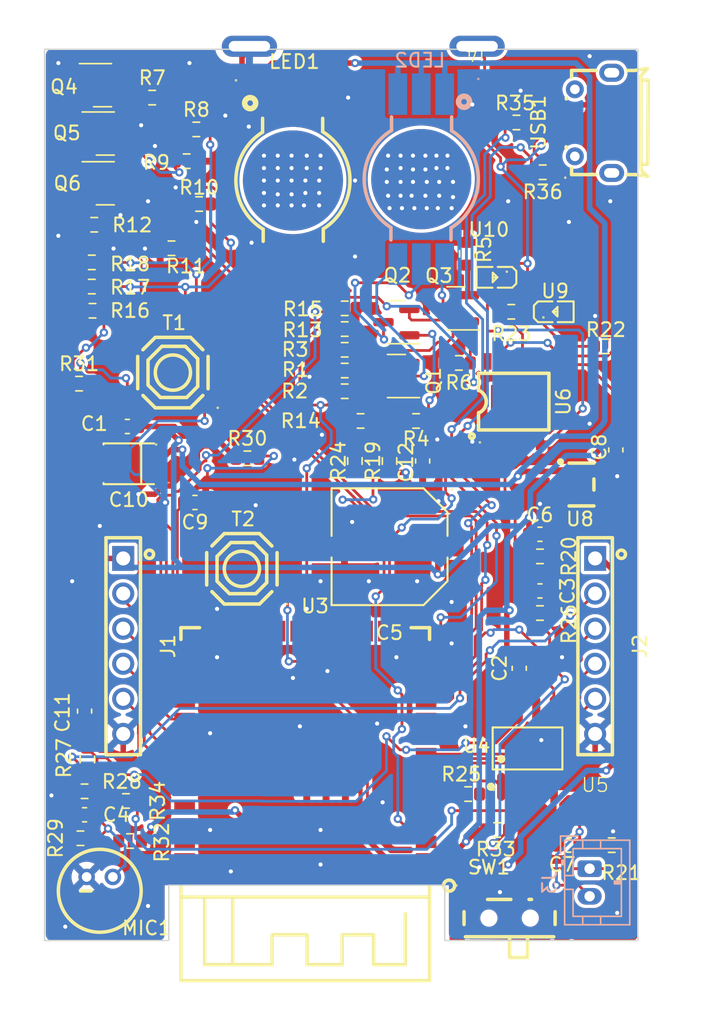
<source format=kicad_pcb>
(kicad_pcb (version 20240108) (generator "pcbnew") (generator_version "8.0")
  (layers (0 "F.Cu" signal) (31 "B.Cu" signal) (34 "B.Paste" user) (35 "F.Paste" user) (36 "B.SilkS" user "B.Silkscreen") (37 "F.SilkS" user "F.Silkscreen") (38 "B.Mask" user) (39 "F.Mask" user) (44 "Edge.Cuts" user))
  (net 0 "")
  (net 1 "GND")
  (net 2 "VDD")
  (net 3 "Net-(Q1-G)")
  (net 4 "Net-(Q1-S)")
  (net 5 "Net-(Q1-D)")
  (net 6 "Net-(Q2-G)")
  (net 7 "Net-(Q2-S)")
  (net 8 "Net-(Q2-D)")
  (net 9 "Net-(Q3-G)")
  (net 10 "Net-(Q3-S)")
  (net 11 "Net-(Q3-D)")
  (net 12 "Net-(Q4-G)")
  (net 13 "Net-(Q4-S)")
  (net 14 "Net-(Q4-D)")
  (net 15 "Net-(Q5-G)")
  (net 16 "Net-(Q5-S)")
  (net 17 "Net-(Q5-D)")
  (net 18 "Net-(Q6-G)")
  (net 19 "Net-(Q6-S)")
  (net 20 "Net-(Q6-D)")
  (net 21 "Net-(U6-PROG)")
  (net 22 "Net-(U5-VDD)")
  (net 23 "/BAT-")
  (net 25 "/BAT+")
  (net 26 "/BLUE2")
  (net 27 "/GREEN2")
  (net 28 "/RED2")
  (net 29 "/RED1")
  (net 30 "/GREEN1")
  (net 31 "/BLUE1")
  (net 32 "Net-(U9-K)")
  (net 33 "Net-(U6-CHRG#)")
  (net 34 "Net-(U10-K)")
  (net 35 "Net-(U6-STDBY#)")
  (net 36 "/MIC")
  (net 49 "VBAT")
  (net 50 "CHARGE+")
  (net 55 "Net-(MIC1-+)")
  (net 56 "Net-(U4A-IN1-)")
  (net 57 "Net-(U4B-IN2-)")
  (net 58 "/BOOT")
  (net 59 "Net-(T2-B)")
  (net 60 "Net-(T1-B)")
  (net 64 "/USB+")
  (net 65 "/USB-")
  (net 71 "/PIN35")
  (net 72 "/PIN34")
  (net 73 "/PIN33")
  (net 74 "/PIN32")
  (net 75 "/PIN10")
  (net 76 "/PIN9")
  (net 77 "/PIN8")
  (net 78 "/PIN7")
  (net 79 "/PIN6")
  (net 80 "Net-(U4B-OUT2)")
  (net 81 "/VDD_REF")
  (net 82 "/EN")
  (net 84 "/LED1")
  (net 85 "/LED2")
  (net 90 "Net-(C4-Pad1)")
  (net 91 "Net-(C11-Pad1)")
  (net 92 "/VBAT_MESS")
  (net 93 "Net-(USB1-D+)")
  (net 94 "Net-(USB1-D-)")
  (footprint "Resistor_SMD:R_0603_1608Metric" (layer "F.Cu") (at 160.9 81.2 180)
    (property "Reference" "R20")
    (property "Value" "4k7")
  )
  (footprint "Package_TO_SOT_SMD:SOT-23" (layer "F.Cu") (at 154.8125 63.25 180)
    (property "Reference" "Q3")
    (property "Value" "IRLML6244")
  )
  (footprint "footprint:SW-SMD_MK-12C02-G025" (layer "F.Cu") (at 158.7 106.929007)
    (property "Reference" "SW1")
    (property "Value" "MK-12C02-G025")
  )
  (footprint "Resistor_SMD:R_0603_1608Metric" (layer "F.Cu") (at 151.925 71.4 180)
    (property "Reference" "R4")
    (property "Value" "100")
  )
  (footprint "Resistor_SMD:R_0603_1608Metric" (layer "F.Cu") (at 146.75 69.25 180)
    (property "Reference" "R2")
    (property "Value" "100")
  )
  (footprint "Resistor_SMD:R_0603_1608Metric" (layer "F.Cu") (at 146.75 63.25 180)
    (property "Reference" "R15")
    (property "Value" "100k")
  )
  (footprint "footprint:LED0603-RD_BLUE" (layer "F.Cu") (at 161.95061 63.503505)
    (property "Reference" "U9")
    (property "Value" "XL-1608UBC-04")
  )
  (footprint "footprint:XB4908A" (layer "F.Cu") (at 164.9 99.5)
    (property "Reference" "U5")
    (property "Value" "XB4908A")
  )
  (footprint "Capacitor_SMD:C_0603_1608Metric" (layer "F.Cu") (at 159.4 89.3 90)
    (property "Reference" "C2")
    (property "Value" "100pF optional")
  )
  (footprint "Resistor_SMD:R_0603_1608Metric" (layer "F.Cu") (at 130.9 98.9 180)
    (property "Reference" "R34")
    (property "Value" "10k")
  )
  (footprint "Resistor_SMD:R_0603_1608Metric" (layer "F.Cu") (at 135.3 52.6)
    (property "Reference" "R9")
    (property "Value" "1")
  )
  (footprint "Library:LED-SMD_XL-HD6070RGBC-A46L" (layer "F.Cu") (at 143 53.999873)
    (property "Reference" "LED1")
    (property "Value" "XL-HD6070RGBC-A46L")
  )
  (footprint "Resistor_SMD:R_0603_1608Metric" (layer "F.Cu") (at 165.675 66)
    (property "Reference" "R22")
    (property "Value" "1k")
  )
  (footprint "footprint:SW-SMD_4P-L5.1-W5.1-P3.70-LS6.5-TL-2" (layer "F.Cu") (at 134.3 67.9 180)
    (property "Reference" "T1")
    (property "Value" "TS-1187A-B-A-B")
  )
  (footprint "Resistor_SMD:R_0603_1608Metric" (layer "F.Cu") (at 127.5 68.7)
    (property "Reference" "R31")
    (property "Value" "100k")
  )
  (footprint "footprint6:CAP-SMD_BD8.0-L8.3-W8.3-FD" (layer "F.Cu") (at 150 80.5 180)
    (property "Reference" "C5")
    (property "Value" "1000uf")
  )
  (footprint "Capacitor_SMD:C_0603_1608Metric" (layer "F.Cu") (at 160.9 83.7)
    (property "Reference" "C3")
    (property "Value" "100nf")
  )
  (footprint "Resistor_SMD:R_0603_1608Metric" (layer "F.Cu") (at 147.9 71.4)
    (property "Reference" "R14")
    (property "Value" "100k")
  )
  (footprint "footprint:HDR-TH_6P-P2.54-V-F" (layer "F.Cu") (at 164.9 87.7 -90)
    (property "Reference" "J2")
    (property "Value" "Conn_01x06_Socket")
  )
  (footprint "Package_TO_SOT_SMD:SOT-23" (layer "F.Cu") (at 129.2 47.1)
    (property "Reference" "Q4")
    (property "Value" "IRLML6244")
  )
  (footprint "Resistor_SMD:R_0603_1608Metric" (layer "F.Cu") (at 150 74.3 90)
    (property "Reference" "R19")
    (property "Value" "470k")
  )
  (footprint "Resistor_SMD:R_0603_1608Metric" (layer "F.Cu") (at 155.025 67.2 180)
    (property "Reference" "R6")
    (property "Value" "100")
  )
  (footprint "Capacitor_SMD:C_0603_1608Metric" (layer "F.Cu") (at 127.9 92.4 90)
    (property "Reference" "C11")
    (property "Value" "1uF")
  )
  (footprint "footprint:MICRO-USB-SMD_MICROXNJ" (layer "F.Cu") (at 164.503683 49.824841 90)
    (property "Reference" "USB1")
    (property "Value" "MICROXNJ")
  )
  (footprint "Capacitor_SMD:C_0603_1608Metric" (layer "F.Cu") (at 166.4 73.5 90)
    (property "Reference" "C8")
    (property "Value" "100nf")
  )
  (footprint "Package_TO_SOT_SMD:SOT-23" (layer "F.Cu") (at 129.4 50.6)
    (property "Reference" "Q5")
    (property "Value" "IRLML6244")
  )
  (footprint "footprint:LED0603-RD_GREEN" (layer "F.Cu") (at 157.7 61 180)
    (property "Reference" "U10")
    (property "Value" "XL-1608SYGC-06")
  )
  (footprint "Package_TO_SOT_SMD:SOT-23" (layer "F.Cu") (at 150.5 68.15 180)
    (property "Reference" "Q1")
    (property "Value" "IRLML6244")
  )
  (footprint "Resistor_SMD:R_0603_1608Metric" (layer "F.Cu") (at 131.2 101.8 180)
    (property "Reference" "R32")
    (property "Value" "470R")
  )
  (footprint "Capacitor_SMD:C_0603_1608Metric" (layer "F.Cu") (at 152.4 74.3 90)
    (property "Reference" "C12")
    (property "Value" "100nF")
  )
  (footprint "footprint:SOIC-8_L4.9-W3.9-P1.27-LS6.0-BL" (layer "F.Cu") (at 160 95.1)
    (property "Reference" "U4")
    (property "Value" "TLV9002IDR")
  )
  (footprint "Resistor_SMD:R_0603_1608Metric" (layer "F.Cu") (at 147.49 74.3 -90)
    (property "Reference" "R24")
    (property "Value" "470k")
  )
  (footprint "Resistor_SMD:R_0603_1608Metric" (layer "F.Cu") (at 132.8 48)
    (property "Reference" "R7")
    (property "Value" "1")
  )
  (footprint "Resistor_SMD:R_0603_1608Metric" (layer "F.Cu") (at 155.7 98.4)
    (property "Reference" "R25")
    (property "Value" "100k")
  )
  (footprint "Resistor_SMD:R_0603_1608Metric" (layer "F.Cu") (at 161.1 53.4 180)
    (property "Reference" "R36")
    (property "Value" "10")
  )
  (footprint "Library:ChargingNotches" (layer "F.Cu") (at 156.345054 44.284065 180)
    (property "Reference" "J4")
    (property "Value" "Charging Notches")
  )
  (footprint "Resistor_SMD:R_0603_1608Metric" (layer "F.Cu") (at 127.6 101.6)
    (property "Reference" "R29")
    (property "Value" "10k")
  )
  (footprint "Resistor_SMD:R_0603_1608Metric" (layer "F.Cu") (at 157.8 101 180)
    (property "Reference" "R33")
    (property "Value" "100k")
  )
  (footprint "Resistor_SMD:R_0603_1608Metric" (layer "F.Cu") (at 128.475 63.425)
    (property "Reference" "R16")
    (property "Value" "100k")
  )
  (footprint "Resistor_SMD:R_0603_1608Metric" (layer "F.Cu") (at 128.1 95.9 90)
    (property "Reference" "R27")
    (property "Value" "100k")
  )
  (footprint "Resistor_SMD:R_0603_1608Metric" (layer "F.Cu") (at 128.425 59.925)
    (property "Reference" "R18")
    (property "Value" "100k")
  )
  (footprint "Resistor_SMD:R_0603_1608Metric" (layer "F.Cu") (at 134.2 58.9 180)
    (property "Reference" "R11")
    (property "Value" "4")
  )
  (footprint "footprint:MIC-TH_BD6.0_B6027AP383-056" (layer "F.Cu") (at 129 104.4)
    (property "Reference" "MIC1")
    (property "Value" "B4013AM423-093")
  )
  (footprint "Resistor_SMD:R_0603_1608Metric" (layer "F.Cu") (at 146.75 67.75 180)
    (property "Reference" "R1")
    (property "Value" "4")
  )
  (footprint "Capacitor_SMD:C_0603_1608Metric" (layer "F.Cu") (at 163 102.1)
    (property "Reference" "C7")
    (property "Value" "0.1uF")
  )
  (footprint "footprint:WIRELM-SMD_ESP32-S3-WROOM-1" (layer "F.Cu") (at 143.9 95.505029 180)
    (property "Reference" "U3")
    (property "Value" "ESP32-S2-SOLO-2-N4")
  )
  (footprint "Capacitor_SMD:C_0603_1608Metric" (layer "F.Cu") (at 160.9 79.6 180)
    (property "Reference" "C6")
    (property "Value" "10uf")
  )
  (footprint "Resistor_SMD:R_0603_1608Metric" (layer "F.Cu") (at 146.75 66.25 180)
    (property "Reference" "R3")
    (property "Value" "1")
  )
  (footprint "Resistor_SMD:R_0603_1608Metric" (layer "F.Cu") (at 128.425 61.675)
    (property "Reference" "R17")
    (property "Value" "100k")
  )
  (footprint "Capacitor_SMD:C_0603_1608Metric" (layer "F.Cu") (at 127.9 99.9)
    (property "Reference" "C4")
    (property "Value" "470nF")
  )
  (footprint "Resistor_SMD:R_0603_1608Metric" (layer "F.Cu") (at 155.6 59.3 90)
    (property "Reference" "R5")
    (property "Value" "1")
  )
  (footprint "Resistor_SMD:R_0603_1608Metric" (layer "F.Cu") (at 166.1 102.1)
    (property "Reference" "R21")
    (property "Value" "1k")
  )
  (footprint "footprint:CASE-B_3528" (layer "F.Cu") (at 131.1 74.5 180)
    (property "Reference" "C10")
    (property "Value" "100uf")
  )
  (footprint "Resistor_SMD:R_0603_1608Metric" (layer "F.Cu") (at 160.9 85.3 180)
    (property "Reference" "R26")
    (property "Value" "47k")
  )
  (footprint "Capacitor_SMD:C_0603_1608Metric" (layer "F.Cu") (at 135.9 77.3 180)
    (property "Reference" "C9")
    (property "Value" "1uf")
  )
  (footprint "footprint:HDR-TH_6P-P2.54-V-F" (layer "F.Cu") (at 130.7 87.7 -90)
    (property "Reference" "J1")
    (property "Value" "Conn_01x06_Socket")
  )
  (footprint "Resistor_SMD:R_0603_1608Metric" (layer "F.Cu") (at 128.6 57.2)
    (property "Reference" "R12")
    (property "Value" "100")
  )
  (footprint "Resistor_SMD:R_0603_1608Metric" (layer "F.Cu") (at 158.825 63.5 180)
    (property "Reference" "R23")
    (property "Value" "1k")
  )
  (footprint "footprint:SOT-23-5_L3.0-W1.7-P0.95-LS2.8-BR" (layer "F.Cu") (at 163.91176 75.999873 180)
    (property "Reference" "U8")
    (property "Value" "ME6217C33M5G")
  )
  (footprint "Capacitor_SMD:C_0603_1608Metric" (layer "F.Cu") (at 131 71.8)
    (property "Reference" "C1")
    (property "Value" "47uf")
  )
  (footprint "Package_TO_SOT_SMD:SOT-23" (layer "F.Cu") (at 129.4 54.2)
    (property "Reference" "Q6")
    (property "Value" "IRLML6244")
  )
  (footprint "footprint:ESOP-8_L4.9-W3.9-P1.27-LS6.0-BL-EP" (layer "F.Cu") (at 159 70)
    (property "Reference" "U6")
    (property "Value" "TP4056_C725790")
  )
  (footprint "Resistor_SMD:R_0603_1608Metric" (layer "F.Cu") (at 127.9 98.2)
    (property "Reference" "R28")
    (property "Value" "10k")
  )
  (footprint "Resistor_SMD:R_0603_1608Metric" (layer "F.Cu") (at 136 50.3)
    (property "Reference" "R8")
    (property "Value" "100")
  )
  (footprint "Resistor_SMD:R_0603_1608Metric" (layer "F.Cu") (at 136.2 55.7)
    (property "Reference" "R10")
    (property "Value" "100")
  )
  (footprint "Resistor_SMD:R_0603_1608Metric" (layer "F.Cu") (at 139.7 74.1)
    (property "Reference" "R30")
    (property "Value" "100k")
  )
  (footprint "Resistor_SMD:R_0603_1608Metric" (layer "F.Cu") (at 146.75 64.75 180)
    (property "Reference" "R13")
    (property "Value" "100k")
  )
  (footprint "Resistor_SMD:R_0603_1608Metric" (layer "F.Cu") (at 159.2 49.8 180)
    (property "Reference" "R35")
    (property "Value" "10")
  )
  (footprint "footprint:SW-SMD_4P-L5.1-W5.1-P3.70-LS6.5-TL-2" (layer "F.Cu") (at 139.3 82.1 180)
    (property "Reference" "T2")
    (property "Value" "TS-1187A-B-A-B")
  )
  (footprint "Package_TO_SOT_SMD:SOT-23" (layer "F.Cu") (at 150.5 64.25 180)
    (property "Reference" "Q2")
    (property "Value" "IRLML6244")
  )
  (footprint "Connector_JST:JST_PH_B2B-PH-K_1x02_P2.00mm_Vertical" (layer "B.Cu") (at 164.5 103.8 -90)
    (property "Reference" "J3")
    (property "Value" "Battery Connector")
  )
  (footprint "Library:LED-SMD_XL-HD6070RGBC-A46L" (layer "B.Cu") (at 152.3 53.9 180)
    (property "Reference" "LED2")
    (property "Value" "XL-HD6070RGBC-A46L")
  )
  (gr_line (start 125 44.5) (end 168 44.5) (stroke (width 0.1)) (layer "Edge.Cuts"))
  (gr_line (start 154 105) (end 154 109) (stroke (width 0.1)) (layer "Edge.Cuts"))
  (gr_line (start 134 105) (end 154 105) (stroke (width 0.1)) (layer "Edge.Cuts"))
  (gr_line (start 168 44.5) (end 168 109) (stroke (width 0.1)) (layer "Edge.Cuts"))
  (gr_line (start 125 109) (end 125 44.5) (stroke (width 0.1)) (layer "Edge.Cuts"))
  (gr_line (start 168 109) (end 154 109) (stroke (width 0.1)) (layer "Edge.Cuts"))
  (gr_line (start 134 109) (end 134 105) (stroke (width 0.1)) (layer "Edge.Cuts"))
  (gr_line (start 134 109) (end 125 109) (stroke (width 0.1)) (layer "Edge.Cuts"))
  (segment (start 161.624866 48.524866) (end 159.7 46.6) (width 0.4) (layer "F.Cu") (net 1))
  (segment (start 161.675 76.536493) (end 161.675 78) (width 0.4) (layer "F.Cu") (net 1))
  (segment (start 138.324904 98.1) (end 136.862452 99.562452) (width 0.4) (layer "F.Cu") (net 1))
  (segment (start 152.4 75.075) (end 152.4 76.2) (width 0.4) (layer "F.Cu") (net 1))
  (segment (start 130.7 95.7) (end 131 96) (width 0.4) (layer "F.Cu") (net 1))
  (segment (start 159.635001 72.035001) (end 159.635001 72.908306) (width 0.4) (layer "F.Cu") (net 1))
  (segment (start 146.732791 80.5) (end 146.732791 79.267209) (width 0.4) (layer "F.Cu") (net 1))
  (segment (start 161.932588 97.9) (end 161.905004 97.872416) (width 0.4) (layer "F.Cu") (net 1))
  (segment (start 163.7 71.6) (end 161 74.3) (width 0.4) (layer "F.Cu") (net 1))
  (segment (start 136.491116 73.1995) (end 136.979595 73.1995) (width 0.4) (layer "F.Cu") (net 1))
  (segment (start 158.6 55.5) (end 158.6 56.292201) (width 0.4) (layer "F.Cu") (net 1))
  (segment (start 133.5 97.870558) (end 133.5 103.854997) (width 0.4) (layer "F.Cu") (net 1))
  (segment (start 142.599975 80.249784) (end 142.249975 80.249784) (width 0.4) (layer "F.Cu") (net 1))
  (segment (start 127.65 64.65) (end 127.65 63.425) (width 0.4) (layer "F.Cu") (net 1))
  (segment (start 134.13621 76.1) (end 136.075 74.16121) (width 0.4) (layer "F.Cu") (net 1))
  (segment (start 138.1 52.2) (end 138.1 49.3) (width 0.4) (layer "F.Cu") (net 1))
  (segment (start 158.6 57.225) (end 159.1 57.725) (width 0.4) (layer "F.Cu") (net 1))
  (segment (start 166.4 98.9635) (end 166.4 100.0365) (width 0.4) (layer "F.Cu") (net 1))
  (segment (start 152.4 76.2) (end 152.6 76.4) (width 0.4) (layer "F.Cu") (net 1))
  (segment (start 146.075 72.4) (end 147.075 71.4) (width 0.4) (layer "F.Cu") (net 1))
  (segment (start 145.925 67.75) (end 145.925 66.25) (width 0.4) (layer "F.Cu") (net 1))
  (segment (start 139.308284 49.608284) (end 139.308284 45.06177) (width 0.4) (layer "F.Cu") (net 1))
  (segment (start 136.850216 66.049784) (end 132 70.9) (width 0.4) (layer "F.Cu") (net 1))
  (segment (start 156.275 102.625) (end 155.4 103.5) (width 0.4) (layer "F.Cu") (net 1))
  (segment (start 129.5 76.7) (end 129.139446 76.339446) (width 0.4) (layer "F.Cu") (net 1))
  (segment (start 138.3 75.2) (end 141.473091 75.2) (width 0.4) (layer "F.Cu") (net 1))
  (segment (start 153.2 76.4) (end 153.635141 75.964859) (width 0.4) (layer "F.Cu") (net 1))
  (segment (start 153.283414 72.563133) (end 153.461768 72.741487) (width 0.4) (layer "F.Cu") (net 1))
  (segment (start 153.635141 72.91486) (end 153.461768 72.741487) (width 0.4) (layer "F.Cu") (net 1))
  (segment (start 129.139446 76.339446) (end 129.139446 72.160554) (width 0.4) (layer "F.Cu") (net 1))
  (segment (start 141.749784 80.249784) (end 142.599975 80.249784) (width 0.4) (layer "F.Cu") (net 1))
  (segment (start 161.675 81.15) (end 161.725 81.2) (width 0.4) (layer "F.Cu") (net 1))
  (segment (start 134.045003 104.4) (end 137 104.4) (width 0.4) (layer "F.Cu") (net 1))
  (segment (start 135.4125 48.6) (end 134.8125 48) (width 0.4) (layer "F.Cu") (net 1))
  (segment (start 161.725 83.65) (end 161.675 83.7) (width 0.4) (layer "F.Cu") (net 1))
  (segment (start 162.907214 48.524866) (end 161.624866 48.524866) (width 0.4) (layer "F.Cu") (net 1))
  (segment (start 146.732791 79.267209) (end 147.289859 78.710141) (width 0.4) (layer "F.Cu") (net 1))
  (segment (start 133.5 103.854997) (end 134.045003 104.4) (width 0.4) (layer "F.Cu") (net 1))
  (segment (start 146.2 74.1) (end 146.2 72.525) (width 0.4) (layer "F.Cu") (net 1))
  (segment (start 136.979595 73.1995) (end 137.375 73.594905) (width 0.4) (layer "F.Cu") (net 1))
  (segment (start 162.611658 75.999873) (end 162.21162 75.999873) (width 0.4) (layer "F.Cu") (net 1))
  (segment (start 129.5 71.8) (end 130.225 71.8) (width 0.4) (layer "F.Cu") (net 1))
  (segment (start 157.6 51.306061) (end 158.6755 52.381561) (width 0.4) (layer "F.Cu") (net 1))
  (segment (start 158.632034 56.324235) (end 158.632034 57.192966) (width 0.4) (layer "F.Cu") (net 1))
  (segment (start 132.3 58.9) (end 132.275 58.925) (width 0.4) (layer "F.Cu") (net 1))
  (segment (start 137 99.7) (end 136.862452 99.562452) (width 0.4) (layer "F.Cu") (net 1))
  (segment (start 164.5 71.6) (end 163.7 71.6) (width 0.4) (layer "F.Cu") (net 1))
  (segment (start 161.905004 99.494996) (end 161.905004 97.872416) (width 0.4) (layer "F.Cu") (net 1))
  (segment (start 134.8125 48) (end 133.625 48) (width 0.4) (layer "F.Cu") (net 1))
  (segment (start 153.635141 77.114859) (end 153.635141 75.1) (width 0.4) (layer "F.Cu") (net 1))
  (segment (start 129.5 66.5) (end 127.65 64.65) (width 0.4) (layer "F.Cu") (net 1))
  (segment (start 133.5 104.5) (end 133.5 103.854997) (width 0.4) (layer "F.Cu") (net 1))
  (segment (start 157.094996 72.908306) (end 156.008306 72.908306) (width 0.4) (layer "F.Cu") (net 1))
  (segment (start 137.599975 66.049784) (end 136.850216 66.049784) (width 0.4) (layer "F.Cu") (net 1))
  (segment (start 130.225 71.3625) (end 130.225 71.04375) (width 0.4) (layer "F.Cu") (net 1))
  (segment (start 155.4 103.5) (end 154.5 104.4) (width 0.4) (layer "F.Cu") (net 1))
  (segment (start 138.1 49.3) (end 137.4 48.6) (width 0.4) (layer "F.Cu") (net 1))
  (segment (start 166.1635 98.9635) (end 166.4 98.9635) (width 0.4) (layer "F.Cu") (net 1))
  (segment (start 147.075 71.4) (end 148.238133 72.563133) (width 0.4) (layer "F.Cu") (net 1))
  (segment (start 147.49 75.125) (end 147.225 75.125) (width 0.4) (layer "F.Cu") (net 1))
  (segment (start 146.2 72.525) (end 146.075 72.4) (width 0.4) (layer "F.Cu") (net 1))
  (segment (start 161.675 83.7) (end 161.675 85.25) (width 0.4) (layer "F.Cu") (net 1))
  (segment (start 144.65 67.75) (end 144.2 68.2) (width 0.4) (layer "F.Cu") (net 1))
  (segment (start 164.7 97.9) (end 161.932588 97.9) (width 0.4) (layer "F.Cu") (net 1))
  (segment (start 162.21162 75.999873) (end 161.675 76.536493) (width 0.4) (layer "F.Cu") (net 1))
  (segment (start 161.8 99.6) (end 161.8 99.8) (width 0.4) (layer "F.Cu") (net 1))
  (segment (start 137.375 73.594905) (end 137.375 74.275) (width 0.4) (layer "F.Cu") (net 1))
  (segment (start 131.8 76.7) (end 129.5 76.7) (width 0.4) (layer "F.Cu") (net 1))
  (segment (start 127.65 63.425) (end 127.6 63.375) (width 0.4) (layer "F.Cu") (net 1))
  (segment (start 136.075 73.615616) (end 136.491116 73.1995) (width 0.4) (layer "F.Cu") (net 1))
  (segment (start 132 70.9) (end 130.6875 70.9) (width 0.4) (layer "F.Cu") (net 1))
  (segment (start 147.575 64.75) (end 147.575 63.25) (width 0.4) (layer "F.Cu") (net 1))
  (segment (start 127.925 58.925) (end 130 58.925) (width 0.4) (layer "F.Cu") (net 1))
  (segment (start 166.4 100.9) (end 166.2 101.1) (width 0.4) (layer "F.Cu") (net 1))
  (segment (start 136.675 77.3) (end 138.8 77.3) (width 0.4) (layer "F.Cu") (net 1))
  (segment (start 158.2 46.6) (end 157.6 47.2) (width 0.4) (layer "F.Cu") (net 1))
  (segment (start 131.8 76.7) (end 132.992044 76.7) (width 0.4) (layer "F.Cu") (net 1))
  (segment (start 158.6 57.225) (end 157.35 58.475) (width 0.4) (layer "F.Cu") (net 1))
  (segment (start 130.7 94.050013) (end 130.7 95.7) (width 0.4) (layer "F.Cu") (net 1))
  (segment (start 157.094996 72.908306) (end 157.094996 72.205004) (width 0.4) (layer "F.Cu") (net 1))
  (segment (start 146.075 66.25) (end 147.575 64.75) (width 0.4) (layer "F.Cu") (net 1))
  (segment (start 141.7 104.4) (end 136.862452 99.562452) (width 0.4) (layer "F.Cu") (net 1))
  (segment (start 129.125 91.625) (end 129.125 92.475013) (width 0.4) (layer "F.Cu") (net 1))
  (segment (start 161.905004 99.494996) (end 161.8 99.6) (width 0.4) (layer "F.Cu") (net 1))
  (segment (start 139.308284 45.06177) (end 139.845054 44.525) (width 0.4) (layer "F.Cu") (net 1))
  (segment (start 164.9 94.050013) (end 164.9 97.7) (width 0.4) (layer "F.Cu") (net 1))
  (segment (start 142.479213 74.193878) (end 143.103646 74.193878) (width 0.4) (layer "F.Cu") (net 1))
  (segment (start 137.375 74.275) (end 138.3 75.2) (width 0.4) (layer "F.Cu") (net 1))
  (segment (start 157.5 71.8) (end 159.4 71.8) (width 0.4) (layer "F.Cu") (net 1))
  (segment (start 158.6 56.292201) (end 158.632034 56.324235) (width 0.4) (layer "F.Cu") (net 1))
  (segment (start 145.925 66.25) (end 146.075 66.25) (width 0.4) (layer "F.Cu") (net 1))
  (segment (start 158.975 102.625) (end 156.275 102.625) (width 0.4) (layer "F.Cu") (net 1))
  (segment (start 129.139446 72.160554) (end 129.5 71.8) (width 0.4) (layer "F.Cu") (net 1))
  (segment (start 166.4 74.275) (end 166.4 75.3) (width 0.4) (layer "F.Cu") (net 1))
  (segment (start 129.5 70.31875) (end 129.5 66.5) (width 0.4) (layer "F.Cu") (net 1))
  (segment (start 161.8 99.8) (end 158.975 102.625) (width 0.4) (layer "F.Cu") (net 1))
  (segment (start 129.2 105.5) (end 132.5 105.5) (width 0.4) (layer "F.Cu") (net 1))
  (segment (start 161.675 78) (end 161.675 79.6) (width 0.4) (layer "F.Cu") (net 1))
  (segment (start 138.8 77.3) (end 141.749784 80.249784) (width 0.4) (layer "F.Cu") (net 1))
  (segment (start 159.635001 73.864999) (end 159.635001 72.908306) (width 0.4) (layer "F.Cu") (net 1))
  (segment (start 128.1 104.4) (end 129.2 105.5) (width 0.4) (layer "F.Cu") (net 1))
  (segment (start 141.473091 75.2) (end 142.479213 74.193878) (width 0.4) (layer "F.Cu") (net 1))
  (segment (start 137.7 52.6) (end 138.1 52.2) (width 0.4) (layer "F.Cu") (net 1))
  (segment (start 153.635141 75.964859) (end 153.635141 75.1) (width 0.4) (layer "F.Cu") (net 1))
  (segment (start 147.225 75.125) (end 146.2 74.1) (width 0.4) (layer "F.Cu") (net 1))
  (segment (start 156.5 103.7) (end 155.6 103.7) (width 0.4) (layer "F.Cu") (net 1))
  (segment (start 128.050038 104.4) (end 128.1 104.4) (width 0.4) (layer "F.Cu") (net 1))
  (segment (start 160.9 77.4) (end 161.075 77.4) (width 0.4) (layer "F.Cu") (net 1))
  (segment (start 130.6875 70.9) (end 130.225 71.3625) (width 0.4) (layer "F.Cu") (net 1))
  (segment (start 153.547702 77.202298) (end 153.635141 77.114859) (width 0.4) (layer "F.Cu") (net 1))
  (segment (start 137.4 48.6) (end 135.4125 48.6) (width 0.4) (layer "F.Cu") (net 1))
  (segment (start 159.1 57.725) (end 159.3 57.725) (width 0.4) (layer "F.Cu") (net 1))
  (segment (start 161.075 77.4) (end 161.675 78) (width 0.4) (layer "F.Cu") (net 1))
  (segment (start 161.675 79.6) (end 161.675 81.15) (width 0.4) (layer "F.Cu") (net 1))
  (segment (start 143.980035 98.1) (end 138.324904 98.1) (width 0.4) (layer "F.Cu") (net 1))
  (segment (start 137 104.4) (end 137 101) (width 0.4) (layer "F.Cu") (net 1))
  (segment (start 136.125 52.6) (end 137.7 52.6) (width 0.4) (layer "F.Cu") (net 1))
  (segment (start 159.4 71.8) (end 159.635001 72.035001) (width 0.4) (layer "F.Cu") (net 1))
  (segment (start 157.35 58.475) (end 155.6 58.475) (width 0.4) (layer "F.Cu") (net 1))
  (segment (start 142.249975 80.249784) (end 140.3 78.299809) (width 0.4) (layer "F.Cu") (net 1))
  (segment (start 158.632034 57.192966) (end 158.6 57.225) (width 0.4) (layer "F.Cu") (net 1))
  (segment (start 164.9 97.7) (end 166.1635 98.9635) (width 0.4) (layer "F.Cu") (net 1))
  (segment (start 157.094996 72.205004) (end 157.5 71.8) (width 0.4) (layer "F.Cu") (net 1))
  (segment (start 140.3 78.299809) (end 140.3 77.5) (width 0.4) (layer "F.Cu") (net 1))
  (segment (start 132.992044 76.7) (end 133.592044 76.1) (width 0.4) (layer "F.Cu") (net 1))
  (segment (start 133.592044 76.1) (end 134.13621 76.1) (width 0.4) (layer "F.Cu") (net 1))
  (segment (start 154.5 104.4) (end 141.7 104.4) (width 0.4) (layer "F.Cu") (net 1))
  (segment (start 161.675 85.25) (end 161.725 85.3) (width 0.4) (layer "F.Cu") (net 1))
  (segment (start 127.9 91.625) (end 129.125 91.625) (width 0.4) (layer "F.Cu") (net 1))
  (segment (start 164.9 97.7) (end 164.7 97.9) (width 0.4) (layer "F.Cu") (net 1))
  (segment (start 145.925 67.75) (end 144.65 67.75) (width 0.4) (layer "F.Cu") (net 1))
  (segment (start 153.635141 75.1) (end 153.635141 72.91486) (width 0.4) (layer "F.Cu") (net 1))
  (segment (start 130.225 71.04375) (end 129.5 70.31875) (width 0.4) (layer "F.Cu") (net 1))
  (segment (start 158.6755 52.381561) (end 158.6755 55.4245) (width 0.4) (layer "F.Cu") (net 1))
  (segment (start 144.000076 98.079959) (end 143.980035 98.1) (width 0.4) (layer "F.Cu") (net 1))
  (segment (start 129.125 92.475013) (end 130.7 94.050013) (width 0.4) (layer "F.Cu") (net 1))
  (segment (start 156.008306 72.908306) (end 156 72.9) (width 0.4) (layer "F.Cu") (net 1))
  (segment (start 131 96) (end 131.629442 96) (width 0.4) (layer "F.Cu") (net 1))
  (segment (start 145.1 72.4) (end 146.075 72.4) (width 0.4) (layer "F.Cu") (net 1))
  (segment (start 127.6 59.25) (end 127.925 58.925) (width 0.4) (layer "F.Cu") (net 1))
  (segment (start 161.725 81.2) (end 161.725 83.65) (width 0.4) (layer "F.Cu") (net 1))
  (segment (start 160.070002 74.3) (end 159.635001 73.864999) (width 0.4) (layer "F.Cu") (net 1))
  (segment (start 132.5 105.5) (end 133.5 104.5) (width 0.4) (layer "F.Cu") (net 1))
  (segment (start 161 74.3) (end 160.070002 74.3) (width 0.4) (layer "F.Cu") (net 1))
  (segment (start 152.6 76.4) (end 153.2 76.4) (width 0.4) (layer "F.Cu") (net 1))
  (segment (start 131.629442 96) (end 133.5 97.870558) (width 0.4) (layer "F.Cu") (net 1))
  (segment (start 139.8 50.1) (end 139.308284 49.608284) (width 0.4) (layer "F.Cu") (net 1))
  (segment (start 127.6 63.375) (end 127.6 61.675) (width 0.4) (layer "F.Cu") (net 1))
  (segment (start 166.4 75.3) (end 166.5 75.4) (width 0.4) (layer "F.Cu") (net 1))
  (segment (start 148.238133 72.563133) (end 153.283414 72.563133) (width 0.4) (layer "F.Cu") (net 1))
  (segment (start 137 101) (end 137 99.7) (width 0.4) (layer "F.Cu") (net 1))
  (segment (start 155.6 103.7) (end 155.4 103.5) (width 0.4) (layer "F.Cu") (net 1))
  (segment (start 158.6755 55.4245) (end 158.6 55.5) (width 0.4) (layer "F.Cu") (net 1))
  (segment (start 127.6 59.925) (end 127.6 59.25) (width 0.4) (layer "F.Cu") (net 1))
  (segment (start 127.6 61.675) (end 127.6 59.925) (width 0.4) (layer "F.Cu") (net 1))
  (segment (start 133.375 58.9) (end 132.3 58.9) (width 0.4) (layer "F.Cu") (net 1))
  (segment (start 159.7 46.6) (end 158.2 46.6) (width 0.4) (layer "F.Cu") (net 1))
  (segment (start 136.075 74.16121) (end 136.075 73.615616) (width 0.4) (layer "F.Cu") (net 1))
  (segment (start 157.6 47.2) (end 157.6 51.306061) (width 0.4) (layer "F.Cu") (net 1))
  (segment (start 166.4 100.0365) (end 166.4 100.9) (width 0.4) (layer "F.Cu") (net 1))
  (segment (start 130.225 71.8) (end 130.225 71.3625) (width 0.4) (layer "F.Cu") (net 1))
  (via (at 147 48) (size 0.6) (drill 0.3) (layers "F.Cu" "B.Cu") (net 1))
  (via (at 154.5 87.5) (size 0.6) (drill 0.3) (layers "F.Cu" "B.Cu") (net 1))
  (via (at 158.6 55.5) (size 0.6) (drill 0.3) (layers "F.Cu" "B.Cu") (net 1))
  (via (at 149.5 99) (size 0.6) (drill 0.3) (layers "F.Cu" "B.Cu") (net 1))
  (via (at 148.5 83) (size 0.6) (drill 0.3) (layers "F.Cu" "B.Cu") (net 1))
  (via (at 166.5 75.4) (size 0.6) (drill 0.3) (layers "F.Cu" "B.Cu") (net 1))
  (via (at 154.5 84.5) (size 0.6) (drill 0.3) (layers "F.Cu" "B.Cu") (net 1))
  (via (at 150.5 88.5) (size 0.6) (drill 0.3) (layers "F.Cu" "B.Cu") (net 1))
  (via (at 132 50) (size 0.6) (drill 0.3) (layers "F.Cu" "B.Cu") (net 1))
  (via (at 130.5 56.5) (size 0.6) (drill 0.3) (layers "F.Cu" "B.Cu") (net 1))
  (via (at 160.9 77.4) (size 0.6) (drill 0.3) (layers "F.Cu" "B.Cu") (net 1))
  (via (at 164.5 45) (size 0.6) (drill 0.3) (layers "F.Cu" "B.Cu") (net 1))
  (via (at 140.3 77.5) (size 0.6) (drill 0.3) (layers "F.Cu" "B.Cu") (net 1))
  (via (at 140 58.5) (size 0.6) (drill 0.3) (layers "F.Cu" "B.Cu") (net 1))
  (via (at 166.2 101.1) (size 0.6) (drill 0.3) (layers "F.Cu" "B.Cu") (net 1))
  (via (at 152 83) (size 0.6) (drill 0.3) (layers "F.Cu" "B.Cu") (net 1))
  (via (at 147.5 54) (size 0.6) (drill 0.3) (layers "F.Cu" "B.Cu") (net 1))
  (via (at 143 90) (size 0.6) (drill 0.3) (layers "F.Cu" "B.Cu") (net 1))
  (via (at 162.5 88.5) (size 0.6) (drill 0.3) (layers "F.Cu" "B.Cu") (net 1))
  (via (at 156 48.5) (size 0.6) (drill 0.3) (layers "F.Cu" "B.Cu") (net 1))
  (via (at 138.5 104) (size 0.6) (drill 0.3) (layers "F.Cu" "B.Cu") (net 1))
  (via (at 125.5 98.5) (size 0.6) (drill 0.3) (layers "F.Cu" "B.Cu") (net 1))
  (via (at 145.1 72.4) (size 0.6) (drill 0.3) (layers "F.Cu" "B.Cu") (net 1))
  (via (at 134.5 54.5) (size 0.6) (drill 0.3) (layers "F.Cu" "B.Cu") (net 1))
  (via (at 164.9 63.8) (size 0.6) (drill 0.3) (layers "F.Cu" "B.Cu") (net 1))
  (via (at 143.103646 74.193878) (size 0.6) (drill 0.3) (layers "F.Cu" "B.Cu") (net 1))
  (via (at 145 83) (size 0.6) (drill 0.3) (layers "F.Cu" "B.Cu") (net 1))
  (via (at 144.2 68.2) (size 0.6) (drill 0.3) (layers "F.Cu" "B.Cu") (net 1))
  (via (at 161 94.5) (size 0.6) (drill 0.3) (layers "F.Cu" "B.Cu") (net 1))
  (via (at 126 58) (size 0.6) (drill 0.3) (layers "F.Cu" "B.Cu") (net 1))
  (via (at 137.5 88.5) (size 0.6) (drill 0.3) (layers "F.Cu" "B.Cu") (net 1))
  (via (at 149.1 93.3) (size 0.6) (drill 0.3) (layers "F.Cu" "B.Cu") (net 1))
  (via (at 144 85) (size 0.6) (drill 0.3) (layers "F.Cu" "B.Cu") (net 1))
  (via (at 155.5 93.5) (size 0.6) (drill 0.3) (layers "F.Cu" "B.Cu") (net 1))
  (via (at 135.5 45.5) (size 0.6) (drill 0.3) (layers "F.Cu" "B.Cu") (net 1))
  (via (at 137.5 85) (size 0.6) (drill 0.3) (layers "F.Cu" "B.Cu") (net 1))
  (via (at 129 79) (size 0.6) (drill 0.3) (layers "F.Cu" "B.Cu") (net 1))
  (via (at 147.289859 78.710141) (size 0.6) (drill 0.3) (layers "F.Cu" "B.Cu") (net 1))
  (via (at 139.8 50.1) (size 0.6) (drill 0.3) (layers "F.Cu" "B.Cu") (net 1))
  (via (at 132.5 106.5) (size 0.6) (drill 0.3) (layers "F.Cu" "B.Cu") (net 1))
  (via (at 166.5 107) (size 0.6) (drill 0.3) (layers "F.Cu" "B.Cu") (net 1))
  (via (at 164.5 71.6) (size 0.6) (drill 0.3) (layers "F.Cu" "B.Cu") (net 1))
  (via (at 126 45.5) (size 0.6) (drill 0.3) (layers "F.Cu" "B.Cu") (net 1))
  (via (at 158 105.5) (size 0.6) (drill 0.3) (layers "F.Cu" "B.Cu") (net 1))
  (via (at 132.275 58.925) (size 0.6) (drill 0.3) (layers "F.Cu" "B.Cu") (net 1))
  (via (at 166 55.5) (size 0.6) (drill 0.3) (layers "F.Cu" "B.Cu") (net 1))
  (via (at 163 57) (size 0.6) (drill 0.3) (layers "F.Cu" "B.Cu") (net 1))
  (via (at 130 58.925) (size 0.6) (drill 0.3) (layers "F.Cu" "B.Cu") (net 1))
  (via (at 137 101) (size 0.6) (drill 0.3) (layers "F.Cu" "B.Cu") (net 1))
  (via (at 147.5 59.5) (size 0.6) (drill 0.3) (layers "F.Cu" "B.Cu") (net 1))
  (via (at 159.5 47.5) (size 0.6) (drill 0.3) (layers "F.Cu" "B.Cu") (net 1))
  (via (at 126.5 108) (size 0.6) (drill 0.3) (layers "F.Cu" "B.Cu") (net 1))
  (via (at 153.547702 77.202298) (size 0.6) (drill 0.3) (layers "F.Cu" "B.Cu") (net 1))
  (via (at 143.5 93.5) (size 0.6) (drill 0.3) (layers "F.Cu" "B.Cu") (net 1))
  (via (at 156.5 103.7) (size 0.6) (drill 0.3) (layers "F.Cu" "B.Cu") (net 1))
  (via (at 137 94) (size 0.6) (drill 0.3) (layers "F.Cu" "B.Cu") (net 1))
  (via (at 132.5 55.5) (size 0.6) (drill 0.3) (layers "F.Cu" "B.Cu") (net 1))
  (via (at 133 51.5) (size 0.6) (drill 0.3) (layers "F.Cu" "B.Cu") (net 1))
  (via (at 138.1 49.3) (size 0.6) (drill 0.3) (layers "F.Cu" "B.Cu") (net 1))
  (via (at 153.461768 72.741487) (size 0.6) (drill 0.3) (layers "F.Cu" "B.Cu") (net 1))
  (via (at 127 83) (size 0.6) (drill 0.3) (layers "F.Cu" "B.Cu") (net 1))
  (via (at 145.5 89.5) (size 0.6) (drill 0.3) (layers "F.Cu" "B.Cu") (net 1))
  (via (at 156 72.9) (size 0.6) (drill 0.3) (layers "F.Cu" "B.Cu") (net 1))
  (via (at 131.8 76.7) (size 0.6) (drill 0.3) (layers "F.Cu" "B.Cu") (net 1))
  (via (at 145 103.5) (size 0.6) (drill 0.3) (layers "F.Cu" "B.Cu") (net 1))
  (via (at 136 57) (size 0.6) (drill 0.3) (layers "F.Cu" "B.Cu") (net 1))
  (via (at 145 101) (size 0.6) (drill 0.3) (layers "F.Cu" "B.Cu") (net 1))
  (segment (start 138.1 49.3) (end 138.9 50.1) (width 0.4) (layer "B.Cu") (net 1))
  (segment (start 140.6 77.8) (end 140.3 77.5) (width 0.4) (layer "B.Cu") (net 1))
  (segment (start 159.025 104.175) (end 156.975 104.175) (width 0.4) (layer "B.Cu") (net 1))
  (segment (start 148.9 77.8) (end 140.6 77.8) (width 0.4) (layer "B.Cu") (net 1))
  (segment (start 156 72.9) (end 154.8 72.9) (width 0.4) (layer "B.Cu") (net 1))
  (segment (start 144.2 68.2) (end 144.2 71.5) (width 0.4) (layer "B.Cu") (net 1))
  (segment (start 132.4 58.8) (end 132.275 58.925) (width 0.4) (layer "B.Cu") (net 1))
  (segment (start 154.641487 72.741487) (end 153.461768 72.741487) (width 0.4) (layer "B.Cu") (net 1))
  (segment (start 152.95 77.8) (end 153.547702 77.202298) (width 0.4) (layer "B.Cu") (net 1))
  (segment (start 144.2 71.5) (end 145.1 72.4) (width 0.4) (layer "B.Cu") (net 1))
  (segment (start 148.9 77.8) (end 148.2 77.8) (width 0.4) (layer "B.Cu") (net 1))
  (segment (start 164.5 71.6) (end 164.9 71.2) (width 0.4) (layer "B.Cu") (net 1))
  (segment (start 148.9 77.8) (end 152.95 77.8) (width 0.4) (layer "B.Cu") (net 1))
  (segment (start 160.325 102.875) (end 159.025 104.175) (width 0.4) (layer "B.Cu") (net 1))
  (segment (start 156.975 104.175) (end 156.5 103.7) (width 0.4) (layer "B.Cu") (net 1))
  (segment (start 138.9 50.1) (end 139.8 50.1) (width 0.4) (layer "B.Cu") (net 1))
  (segment (start 166.2 101.1) (end 165.6 100.5) (width 0.4) (layer "B.Cu") (net 1))
  (segment (start 145.1 72.4) (end 144.897524 72.4) (width 0.4) (layer "B.Cu") (net 1))
  (segment (start 166.5 75.4) (end 162.9 75.4) (width 0.4) (layer "B.Cu") (net 1))
  (segment (start 148.2 77.8) (end 147.289859 78.710141) (width 0.4) (layer "B.Cu") (net 1))
  (segment (start 165.6 100.5) (end 161.445405 100.5) (width 0.4) (layer "B.Cu") (net 1))
  (segment (start 162.9 75.4) (end 160.9 77.4) (width 0.4) (layer "B.Cu") (net 1))
  (segment (start 154.8 72.9) (end 154.641487 72.741487) (width 0.4) (layer "B.Cu") (net 1))
  (segment (start 132.275 58.925) (end 130 58.925) (width 0.4) (layer "B.Cu") (net 1))
  (segment (start 164.9 71.2) (end 164.9 63.8) (width 0.4) (layer "B.Cu") (net 1))
  (segment (start 160.325 101.620405) (end 160.325 102.875) (width 0.4) (layer "B.Cu") (net 1))
  (segment (start 161.445405 100.5) (end 160.325 101.620405) (width 0.4) (layer "B.Cu") (net 1))
  (segment (start 144.897524 72.4) (end 143.103646 74.193878) (width 0.4) (layer "B.Cu") (net 1))
  (segment (start 165.975 72.725) (end 164.8 73.9) (width 0.4) (layer "F.Cu") (net 2))
  (segment (start 128.949987 81.349987) (end 130.249987 81.349987) (width 0.4) (layer "F.Cu") (net 2))
  (segment (start 158.5 85.3) (end 158.5 90.7) (width 0.4) (layer "F.Cu") (net 2))
  (segment (start 133.7 71.8) (end 131.775 71.8) (width 0.4) (layer "F.Cu") (net 2))
  (segment (start 156.03986 101.33986) (end 154.249723 103.129997) (width 0.4) (layer "F.Cu") (net 2))
  (segment (start 156.38986 100.98986) (end 156.03986 101.33986) (width 0.4) (layer "F.Cu") (net 2))
  (segment (start 158.5 90.7) (end 158.094996 91.105004) (width 0.4) (layer "F.Cu") (net 2))
  (segment (start 135.1 72.5) (end 134.4 71.8) (width 0.4) (layer "F.Cu") (net 2))
  (segment (start 153.5 80.732791) (end 153.267209 80.5) (width 0.4) (layer "F.Cu") (net 2))
  (segment (start 132.719764 101.105236) (end 132.025 101.8) (width 0.4) (layer "F.Cu") (net 2))
  (segment (start 132.719764 100.778648) (end 132.719764 101.105236) (width 0.4) (layer "F.Cu") (net 2))
  (segment (start 165.211862 75.049911) (end 165.211862 74.311862) (width 0.4) (layer "F.Cu") (net 2))
  (segment (start 146.9 100.2) (end 149.829997 103.129997) (width 0.4) (layer "F.Cu") (net 2))
  (segment (start 160.1 79.575) (end 160.125 79.6) (width 0.4) (layer "F.Cu") (net 2))
  (segment (start 138.8 99.5745) (end 139.4255 100.2) (width 0.4) (layer "F.Cu") (net 2))
  (segment (start 158.094996 91.105004) (end 158.094996 92.649911) (width 0.4) (layer "F.Cu") (net 2))
  (segment (start 153.5 82.5) (end 153.5 80.732791) (width 0.4) (layer "F.Cu") (net 2))
  (segment (start 158.7 85.1) (end 158.5 85.3) (width 0.4) (layer "F.Cu") (net 2))
  (segment (start 154.249723 103.129997) (end 152.650064 103.129997) (width 0.4) (layer "F.Cu") (net 2))
  (segment (start 156.37972 101) (end 156.03986 101.33986) (width 0.4) (layer "F.Cu") (net 2))
  (segment (start 139.4255 100.2) (end 146.9 100.2) (width 0.4) (layer "F.Cu") (net 2))
  (segment (start 134.4 71.8) (end 131.775 71.8) (width 0.4) (layer "F.Cu") (net 2))
  (segment (start 138.875 74.1) (end 137.275 72.5) (width 0.4) (layer "F.Cu") (net 2))
  (segment (start 134.699692 72.799692) (end 133.7 71.8) (width 0.4) (layer "F.Cu") (net 2))
  (segment (start 165.211862 74.311862) (end 164.8 73.9) (width 0.4) (layer "F.Cu") (net 2))
  (segment (start 160.1 78.4) (end 160.1 79.575) (width 0.4) (layer "F.Cu") (net 2))
  (segment (start 166.4 72.725) (end 165.975 72.725) (width 0.4) (layer "F.Cu") (net 2))
  (segment (start 137.275 72.5) (end 135.1 72.5) (width 0.4) (layer "F.Cu") (net 2))
  (segment (start 156.975 101) (end 156.37972 101) (width 0.4) (layer "F.Cu") (net 2))
  (segment (start 130.249987 81.349987) (end 130.7 81.8) (width 0.4) (layer "F.Cu") (net 2))
  (segment (start 134.721754 72.799692) (end 134.699692 72.799692) (width 0.4) (layer "F.Cu") (net 2))
  (segment (start 126.675 79.075) (end 128.949987 81.349987) (width 0.4) (layer "F.Cu") (net 2))
  (segment (start 126.675 68.7) (end 126.675 79.075) (width 0.4) (layer "F.Cu") (net 2))
  (segment (start 149.829997 103.129997) (end 152.650064 103.129997) (width 0.4) (layer "F.Cu") (net 2))
  (via (at 158.7 85.1) (size 0.6) (drill 0.3) (layers "F.Cu" "B.Cu") (net 2))
  (via (at 153.5 82.5) (size 0.6) (drill 0.3) (layers "F.Cu" "B.Cu") (net 2))
  (via (at 164.8 73.9) (size 0.6) (drill 0.3) (layers "F.Cu" "B.Cu") (net 2))
  (via (at 132.719764 100.778648) (size 0.6) (drill 0.3) (layers "F.Cu" "B.Cu") (net 2))
  (via (at 138.8 99.5745) (size 0.6) (drill 0.3) (layers "F.Cu" "B.Cu") (net 2))
  (via (at 155.53986 101.83986) (size 0.6) (drill 0.3) (layers "F.Cu" "B.Cu") (net 2))
  (via (at 134.721754 72.799692) (size 0.6) (drill 0.3) (layers "F.Cu" "B.Cu") (net 2))
  (via (at 160.1 78.4) (size 0.6) (drill 0.3) (layers "F.Cu" "B.Cu") (net 2))
  (segment (start 162.8 73.9) (end 164.8 73.9) (width 0.4) (layer "B.Cu") (net 2))
  (segment (start 138.6745 99.7) (end 138.8 99.5745) (width 0.4) (layer "B.Cu") (net 2))
  (segment (start 160.1 78.4) (end 159.5 79) (width 0.4) (layer "B.Cu") (net 2))
  (segment (start 155.53986 101.83986) (end 155.53986 101.46014) (width 0.4) (layer "B.Cu") (net 2))
  (segment (start 160.1 78.4) (end 158.501878 79.998122) (width 0.4) (layer "B.Cu") (net 2))
  (segment (start 160.1 78.4) (end 160.2 78.3) (width 0.4) (layer "B.Cu") (net 2))
  (segment (start 153 82) (end 153.5 82.5) (width 0.4) (layer "B.Cu") (net 2))
  (segment (start 160.2 78.3) (end 160.2 76.5) (width 0.4) (layer "B.Cu") (net 2))
  (segment (start 158.501878 84.901878) (end 158.7 85.1) (width 0.4) (layer "B.Cu") (net 2))
  (segment (start 158.501878 79.998122) (end 158.501878 84.901878) (width 0.4) (layer "B.Cu") (net 2))
  (segment (start 130.7 81.349987) (end 131.350013 82) (width 0.4) (layer "B.Cu") (net 2))
  (segment (start 134.721754 72.799692) (end 134.721754 72.85491) (width 0.4) (layer "B.Cu") (net 2))
  (segment (start 132.719764 100.778648) (end 133.798412 99.7) (width 0.4) (layer "B.Cu") (net 2))
  (segment (start 134.721754 72.85491) (end 134.360548 73.216116) (width 0.4) (layer "B.Cu") (net 2))
  (segment (start 159.5 79) (end 157.4 79) (width 0.4) (layer "B.Cu") (net 2))
  (segment (start 131.350013 82) (end 135 82) (width 0.4) (layer "B.Cu") (net 2))
  (segment (start 134.360548 73.216116) (end 134.360548 81.360548) (width 0.4) (layer "B.Cu") (net 2))
  (segment (start 153.9 82.5) (end 153.5 82.5) (width 0.4) (layer "B.Cu") (net 2))
  (segment (start 157.4 79) (end 153.9 82.5) (width 0.4) (layer "B.Cu") (net 2))
  (segment (start 133.798412 99.7) (end 138.6745 99.7) (width 0.4) (layer "B.Cu") (net 2))
  (segment (start 155.53986 101.46014) (end 156.5 100.5) (width 0.4) (layer "B.Cu") (net 2))
  (segment (start 134.360548 81.360548) (end 135 82) (width 0.4) (layer "B.Cu") (net 2))
  (segment (start 157 85.1) (end 158.7 85.1) (width 0.4) (layer "B.Cu") (net 2))
  (segment (start 135 82) (end 153 82) (width 0.4) (layer "B.Cu") (net 2))
  (segment (start 160.2 76.5) (end 162.8 73.9) (width 0.4) (layer "B.Cu") (net 2))
  (segment (start 156.5 100.5) (end 156.5 85.6) (width 0.4) (layer "B.Cu") (net 2))
  (segment (start 156.5 85.6) (end 157 85.1) (width 0.4) (layer "B.Cu") (net 2))
  (segment (start 130.7 81.8) (end 130.7 81.349987) (width 0.4) (layer "B.Cu") (net 2))
  (segment (start 147.575 69.25) (end 150.8875 69.25) (width 0.2) (layer "F.Cu") (net 3))
  (segment (start 147.575 67.75) (end 148.125 67.2) (width 0.2) (layer "F.Cu") (net 4))
  (segment (start 148.125 67.2) (end 151.4375 67.2) (width 0.2) (layer "F.Cu") (net 4))
  (segment (start 152.5 68.15) (end 149.5625 68.15) (width 0.2) (layer "F.Cu") (net 5))
  (via (at 152.5 68.15) (size 0.6) (drill 0.3) (layers "F.Cu" "B.Cu") (net 5))
  (segment (start 149.075 61.574962) (end 149.075 63.575) (width 0.2) (layer "B.Cu") (net 5))
  (segment (start 152.5 67) (end 152.5 68.15) (width 0.2) (layer "B.Cu") (net 5))
  (segment (start 149.075 63.575) (end 152.5 67) (width 0.2) (layer "B.Cu") (net 5))
  (segment (start 150.599975 60.049987) (end 149.075 61.574962) (width 0.2) (layer "B.Cu") (net 5))
  (segment (start 152.825 71.4) (end 152.825 69.975) (width 0.2) (layer "F.Cu") (net 6))
  (segment (start 153.09812 65.097179) (end 152.995299 65.2) (width 0.2) (layer "F.Cu") (net 6))
  (segment (start 152.995299 65.2) (end 151.4375 65.2) (width 0.2) (layer "F.Cu") (net 6))
  (segment (start 152.825 69.975) (end 152.9 69.9) (width 0.2) (layer "F.Cu") (net 6))
  (via (at 153.09812 65.097179) (size 0.6) (drill 0.3) (layers "F.Cu" "B.Cu") (net 6))
  (via (at 152.9 69.9) (size 0.6) (drill 0.3) (layers "F.Cu" "B.Cu") (net 6))
  (segment (start 153.09812 65.097179) (end 153.225 65.224059) (width 0.2) (layer "B.Cu") (net 6))
  (segment (start 153.225 69.575) (end 152.9 69.9) (width 0.2) (layer "B.Cu") (net 6))
  (segment (start 153.225 65.224059) (end 153.225 69.575) (width 0.2) (layer "B.Cu") (net 6))
  (segment (start 151.6 64.1) (end 154.3 64.1) (width 0.2) (layer "F.Cu") (net 7))
  (segment (start 151.4375 63.3) (end 151.4375 63.9375) (width 0.2) (layer "F.Cu") (net 7))
  (segment (start 154.6 64.4) (end 154.6 65.3) (width 0.2) (layer "F.Cu") (net 7))
  (segment (start 151.4375 63.9375) (end 151.6 64.1) (width 0.2) (layer "F.Cu") (net 7))
  (segment (start 154.6 65.3) (end 154.2 65.7) (width 0.2) (layer "F.Cu") (net 7))
  (segment (start 154.3 64.1) (end 154.6 64.4) (width 0.2) (layer "F.Cu") (net 7))
  (segment (start 153.5 65.7) (end 152.9 66.3) (width 0.2) (layer "F.Cu") (net 7))
  (segment (start 152.9 66.3) (end 147.625 66.3) (width 0.2) (layer "F.Cu") (net 7))
  (segment (start 154.2 65.7) (end 153.5 65.7) (width 0.2) (layer "F.Cu") (net 7))
  (segment (start 147.625 66.3) (end 147.575 66.25) (width 0.2) (layer "F.Cu") (net 7))
  (segment (start 149.5625 64.25) (end 149.5625 65.4625) (width 0.2) (layer "F.Cu") (net 8))
  (segment (start 149.5625 65.4625) (end 149.6 65.5) (width 0.2) (layer "F.Cu") (net 8))
  (segment (start 151.4 62.3) (end 150.5 61.4) (width 0.2) (layer "F.Cu") (net 8))
  (segment (start 150.5 61.4) (end 147.5 61.4) (width 0.2) (layer "F.Cu") (net 8))
  (via (at 149.6 65.5) (size 0.6) (drill 0.3) (layers "F.Cu" "B.Cu") (net 8))
  (via (at 151.4 62.3) (size 0.6) (drill 0.3) (layers "F.Cu" "B.Cu") (net 8))
  (via (at 147.5 61.4) (size 0.6) (drill 0.3) (layers "F.Cu" "B.Cu") (net 8))
  (segment (start 152.3 60.049987) (end 152.3 61.4) (width 0.2) (layer "B.Cu") (net 8))
  (segment (start 147.5 63.4) (end 147.5 61.4) (width 0.2) (layer "B.Cu") (net 8))
  (segment (start 152.3 61.4) (end 151.4 62.3) (width 0.2) (layer "B.Cu") (net 8))
  (segment (start 149.6 65.5) (end 147.5 63.4) (width 0.2) (layer "B.Cu") (net 8))
  (segment (start 155.85 64.3) (end 155.85 67.2) (width 0.2) (layer "F.Cu") (net 9))
  (segment (start 155.75 64.2) (end 155.85 64.3) (width 0.2) (layer "F.Cu") (net 9))
  (segment (start 155.75 60.275) (end 155.75 62.3) (width 0.2) (layer "F.Cu") (net 10))
  (segment (start 155.6 60.125) (end 155.75 60.275) (width 0.2) (layer "F.Cu") (net 10))
  (segment (start 153.875 63.25) (end 153.875 62.375) (width 0.2) (layer "F.Cu") (net 11))
  (segment (start 153.875 62.375) (end 153.8 62.3) (width 0.2) (layer "F.Cu") (net 11))
  (via (at 153.8 62.3) (size 0.6) (drill 0.3) (layers "F.Cu" "B.Cu") (net 11))
  (segment (start 154.000025 60.049987) (end 153.8 60.250012) (width 0.2) (layer "B.Cu") (net 11))
  (segment (start 153.8 60.250012) (end 153.8 62.3) (width 0.2) (layer "B.Cu") (net 11))
  (segment (start 133.35 48.75) (end 134.9 50.3) (width 0.2) (layer "F.Cu") (net 12))
  (segment (start 127 46.5) (end 127 48.126041) (width 0.2) (layer "F.Cu") (net 12))
  (segment (start 131.578249 48.75) (end 133.35 48.75) (width 0.2) (layer "F.Cu") (net 12))
  (segment (start 128.2625 46.15) (end 127.35 46.15) (width 0.2) (layer "F.Cu") (net 12))
  (segment (start 134.9 50.3) (end 135.175 50.3) (width 0.2) (layer "F.Cu") (net 12))
  (segment (start 127.498959 48.625) (end 131.453249 48.625) (width 0.2) (layer "F.Cu") (net 12))
  (segment (start 127 48.126041) (end 127.498959 48.625) (width 0.2) (layer "F.Cu") (net 12))
  (segment (start 127.35 46.15) (end 127 46.5) (width 0.2) (layer "F.Cu") (net 12))
  (segment (start 131.453249 48.625) (end 131.578249 48.75) (width 0.2) (layer "F.Cu") (net 12))
  (segment (start 131.975 48) (end 131.925 48.05) (width 0.2) (layer "F.Cu") (net 13))
  (segment (start 131.925 48.05) (end 128.2625 48.05) (width 0.2) (layer "F.Cu") (net 13))
  (segment (start 138.75 48.75) (end 137.1 47.1) (width 0.2) (layer "F.Cu") (net 14))
  (segment (start 141.299975 57.934289) (end 138.75 55.384314) (width 0.2) (layer "F.Cu") (net 14))
  (segment (start 141.299975 60.14986) (end 141.299975 57.934289) (width 0.2) (layer "F.Cu") (net 14))
  (segment (start 138.75 55.384314) (end 138.75 48.75) (width 0.2) (layer "F.Cu") (net 14))
  (segment (start 137.1 47.1) (end 130.1375 47.1) (width 0.2) (layer "F.Cu") (net 14))
  (segment (start 127.35 49.65) (end 127 50) (width 0.2) (layer "F.Cu") (net 15))
  (segment (start 130.825 52.125) (end 134.4 55.7) (width 0.2) (layer "F.Cu") (net 15))
  (segment (start 127 51.426041) (end 127.698959 52.125) (width 0.2) (layer "F.Cu") (net 15))
  (segment (start 134.4 55.7) (end 135.375 55.7) (width 0.2) (layer "F.Cu") (net 15))
  (segment (start 128.4625 49.65) (end 127.35 49.65) (width 0.2) (layer "F.Cu") (net 15))
  (segment (start 127 50) (end 127 51.426041) (width 0.2) (layer "F.Cu") (net 15))
  (segment (start 127.698959 52.125) (end 130.825 52.125) (width 0.2) (layer "F.Cu") (net 15))
  (segment (start 128.4625 51.55) (end 131.5125 51.55) (width 0.2) (layer "F.Cu") (net 16))
  (segment (start 131.5125 51.55) (end 132.5625 52.6) (width 0.2) (layer "F.Cu") (net 16))
  (segment (start 134.475 52.6) (end 134.475 53.120404) (width 0.2) (layer "F.Cu") (net 16))
  (segment (start 134.475 53.120404) (end 134.764801 53.410205) (width 0.2) (layer "F.Cu") (net 16))
  (via (at 134.764801 53.410205) (size 0.6) (drill 0.3) (layers "F.Cu" "B.Cu") (net 16))
  (via (at 132.5625 52.6) (size 0.6) (drill 0.3) (layers "F.Cu" "B.Cu") (net 16))
  (segment (start 132.5625 52.6) (end 133.372705 53.410205) (width 0.2) (layer "B.Cu") (net 16))
  (segment (start 133.372705 53.410205) (end 134.764801 53.410205) (width 0.2) (layer "B.Cu") (net 16))
  (segment (start 139.8 62.2) (end 139.25 61.65) (width 0.2) (layer "F.Cu") (net 17))
  (segment (start 142.69986 62.2) (end 139.8 62.2) (width 0.2) (layer "F.Cu") (net 17))
  (segment (start 135.45 52.428249) (end 133.621751 50.6) (width 0.2) (layer "F.Cu") (net 17))
  (segment (start 137.197702 54.497702) (end 135.997703 54.497702) (width 0.2) (layer "F.Cu") (net 17))
  (segment (start 139.25 61.65) (end 139.25 58.125) (width 0.2) (layer "F.Cu") (net 17))
  (segment (start 138 55.3) (end 137.197702 54.497702) (width 0.2) (layer "F.Cu") (net 17))
  (segment (start 143 60.14986) (end 143 61.89986) (width 0.2) (layer "F.Cu") (net 17))
  (segment (start 138 56.875) (end 138 55.3) (width 0.2) (layer "F.Cu") (net 17))
  (segment (start 133.621751 50.6) (end 130.3375 50.6) (width 0.2) (layer "F.Cu") (net 17))
  (segment (start 135.997703 54.497702) (end 135.45 53.949999) (width 0.2) (layer "F.Cu") (net 17))
  (segment (start 143 61.89986) (end 142.69986 62.2) (width 0.2) (layer "F.Cu") (net 17))
  (segment (start 139.25 58.125) (end 138 56.875) (width 0.2) (layer "F.Cu") (net 17))
  (segment (start 135.45 53.949999) (end 135.45 52.428249) (width 0.2) (layer "F.Cu") (net 17))
  (segment (start 127 56.900223) (end 127.299777 57.2) (width 0.2) (layer "F.Cu") (net 18))
  (segment (start 127.241698 53.258301) (end 127 53.499999) (width 0.2) (layer "F.Cu") (net 18))
  (segment (start 127 53.499999) (end 127 56.900223) (width 0.2) (layer "F.Cu") (net 18))
  (segment (start 127.299777 57.2) (end 127.775 57.2) (width 0.2) (layer "F.Cu") (net 18))
  (segment (start 128.454199 53.258301) (end 127.241698 53.258301) (width 0.2) (layer "F.Cu") (net 18))
  (segment (start 128.4625 53.25) (end 128.454199 53.258301) (width 0.2) (layer "F.Cu") (net 18))
  (segment (start 131.05 55.15) (end 134.8 58.9) (width 0.2) (layer "F.Cu") (net 19))
  (segment (start 134.8 58.9) (end 135.025 58.9) (width 0.2) (layer "F.Cu") (net 19))
  (segment (start 128.4625 55.15) (end 131.05 55.15) (width 0.2) (layer "F.Cu") (net 19))
  (segment (start 144.700025 61.899975) (end 144 62.6) (width 0.2) (layer "F.Cu") (net 20))
  (segment (start 144.700025 60.14986) (end 144.700025 61.899975) (width 0.2) (layer "F.Cu") (net 20))
  (segment (start 138.5 60.7) (end 132 54.2) (width 0.2) (layer "F.Cu") (net 20))
  (segment (start 132 54.2) (end 130.3375 54.2) (width 0.2) (layer "F.Cu") (net 20))
  (segment (start 138.5 61.737259) (end 138.5 60.7) (width 0.2) (layer "F.Cu") (net 20))
  (segment (start 139.362741 62.6) (end 138.5 61.737259) (width 0.2) (layer "F.Cu") (net 20))
  (segment (start 144 62.6) (end 139.362741 62.6) (width 0.2) (layer "F.Cu") (net 20))
  (segment (start 159.1 77.2) (end 159.1 80.225) (width 0.2) (layer "F.Cu") (net 21))
  (segment (start 158.364999 76.464999) (end 159.1 77.2) (width 0.2) (layer "F.Cu") (net 21))
  (segment (start 159.1 80.225) (end 160.075 81.2) (width 0.2) (layer "F.Cu") (net 21))
  (segment (start 158.364999 72.908306) (end 158.364999 76.464999) (width 0.2) (layer "F.Cu") (net 21))
  (segment (start 162.4 101.1) (end 162.225 101.275) (width 0.2) (layer "F.Cu") (net 22))
  (segment (start 163.4 98.707) (end 162.893 98.707) (width 0.2) (layer "F.Cu") (net 22))
  (segment (start 163.4 98.707) (end 162.800001 98.707) (width 0.2) (layer "F.Cu") (net 22))
  (segment (start 162.800001 98.707) (end 162.4 99.107001) (width 0.2) (layer "F.Cu") (net 22))
  (segment (start 165.25 102.375) (end 165.275 102.4) (width 0.2) (layer "F.Cu") (net 22))
  (segment (start 165.25 99.45) (end 165.25 102.375) (width 0.2) (layer "F.Cu") (net 22))
  (segment (start 162.225 101.275) (end 162.225 102.1) (width 0.2) (layer "F.Cu") (net 22))
  (segment (start 164.507 98.707) (end 165.25 99.45) (width 0.2) (layer "F.Cu") (net 22))
  (segment (start 162.4 99.107001) (end 162.4 101.1) (width 0.2) (layer "F.Cu") (net 22))
  (segment (start 163.4 98.707) (end 164.507 98.707) (width 0.2) (layer "F.Cu") (net 22))
  (segment (start 162.1 105) (end 163.7 105) (width 0.2) (layer "F.Cu") (net 23))
  (segment (start 163.775 100.32) (end 163.775 102.5) (width 0.2) (layer "F.Cu") (net 23))
  (segment (start 163.7 105) (end 164.5 105.8) (width 0.2) (layer "F.Cu") (net 23))
  (segment (start 163.4 99.945) (end 163.775 100.32) (width 0.2) (layer "F.Cu") (net 23))
  (segment (start 163.775 101.125) (end 163.775 100.32) (width 0.2) (layer "F.Cu") (net 23))
  (via (at 162.1 105) (size 0.6) (drill 0.3) (layers "F.Cu" "B.Cu") (net 23))
  (via (at 163.775 101.125) (size 0.6) (drill 0.3) (layers "F.Cu" "B.Cu") (net 23))
  (segment (start 162.1 102.8) (end 162.1 105) (width 0.2) (layer "B.Cu") (net 23))
  (segment (start 163.775 101.125) (end 162.1 102.8) (width 0.2) (layer "B.Cu") (net 23))
  (segment (start 161.13831 67.325) (end 160.905004 67.091694) (width 0.2) (layer "F.Cu") (net 25))
  (segment (start 166.925 102.4) (end 165.525 103.8) (width 0.2) (layer "F.Cu") (net 25))
  (segment (start 160.545504 103.8) (end 164.5 103.8) (width 0.2) (layer "F.Cu") (net 25))
  (segment (start 167.394704 101.930296) (end 167.394704 70.394704) (width 0.2) (layer "F.Cu") (net 25))
  (segment (start 159.449936 104.895568) (end 160.545504 103.8) (width 0.2) (layer "F.Cu") (net 25))
  (segment (start 165.525 103.8) (end 164.5 103.8) (width 0.2) (layer "F.Cu") (net 25))
  (segment (start 167.394704 70.394704) (end 164.325 67.325) (width 0.2) (layer "F.Cu") (net 25))
  (segment (start 164.325 67.325) (end 161.13831 67.325) (width 0.2) (layer "F.Cu") (net 25))
  (segment (start 159.449936 105.345568) (end 159.449936 104.895568) (width 0.2) (layer "F.Cu") (net 25))
  (segment (start 166.925 102.4) (end 167.394704 101.930296) (width 0.2) (layer "F.Cu") (net 25))
  (segment (start 136.584537 74.293508) (end 136.277 74.601045) (width 0.2) (layer "F.Cu") (net 26))
  (segment (start 133.210548 77.082537) (end 133.210548 78.750928) (width 0.2) (layer "F.Cu") (net 26))
  (segment (start 145.925 63.25) (end 146.725 62.45) (width 0.2) (layer "F.Cu") (net 26))
  (segment (start 149.15 62.45) (end 149.8 63.1) (width 0.2) (layer "F.Cu") (net 26))
  (segment (start 144.6 63.5) (end 145.675 63.5) (width 0.2) (layer "F.Cu") (net 26))
  (segment (start 136.277 74.923) (end 134.7 76.5) (width 0.2) (layer "F.Cu") (net 26))
  (segment (start 154.2 67.2) (end 154.2 68.9) (width 0.2) (layer "F.Cu") (net 26))
  (segment (start 134.7 76.5) (end 134.5 76.5) (width 0.2) (layer "F.Cu") (net 26))
  (segment (start 136.7 73.8745) (end 136.7 74.293508) (width 0.2) (layer "F.Cu") (net 26))
  (segment (start 156.1 68.6) (end 154.5 68.6) (width 0.2) (layer "F.Cu") (net 26))
  (segment (start 133.825 79.36538) (end 133.825 91.375038) (width 0.2) (layer "F.Cu") (net 26))
  (segment (start 133.210548 78.750928) (end 133.825 79.36538) (width 0.2) (layer "F.Cu") (net 26))
  (segment (start 154.5 68.6) (end 154.2 68.9) (width 0.2) (layer "F.Cu") (net 26))
  (segment (start 145.675 63.5) (end 145.925 63.25) (width 0.2) (layer "F.Cu") (net 26))
  (segment (start 134.5 76.5) (end 134.225 76.775) (width 0.2) (layer "F.Cu") (net 26))
  (segment (start 146.725 62.45) (end 149.15 62.45) (width 0.2) (layer "F.Cu") (net 26))
  (segment (start 134.149936 91.699974) (end 135.149936 91.699974) (width 0.2) (layer "F.Cu") (net 26))
  (segment (start 136.277 74.601045) (end 136.277 74.923) (width 0.2) (layer "F.Cu") (net 26))
  (segment (start 136.7 74.293508) (end 136.584537 74.293508) (width 0.2) (layer "F.Cu") (net 26))
  (segment (start 133.825 91.375038) (end 134.149936 91.699974) (width 0.2) (layer "F.Cu") (net 26))
  (segment (start 134.225 76.775) (end 133.518085 76.775) (width 0.2) (layer "F.Cu") (net 26))
  (segment (start 133.518085 76.775) (end 133.210548 77.082537) (width 0.2) (layer "F.Cu") (net 26))
  (via (at 136.7 73.8745) (size 0.6) (drill 0.3) (layers "F.Cu" "B.Cu") (net 26))
  (via (at 149.8 63.1) (size 0.6) (drill 0.3) (layers "F.Cu" "B.Cu") (net 26))
  (via (at 156.1 68.6) (size 0.6) (drill 0.3) (layers "F.Cu" "B.Cu") (net 26))
  (via (at 144.6 63.5) (size 0.6) (drill 0.3) (layers "F.Cu" "B.Cu") (net 26))
  (segment (start 137.570905 73.8745) (end 144.6 66.845405) (width 0.2) (layer "B.Cu") (net 26))
  (segment (start 152.126246 63.1) (end 156.1 67.073754) (width 0.2) (layer "B.Cu") (net 26))
  (segment (start 136.7 73.8745) (end 137.570905 73.8745) (width 0.2) (layer "B.Cu") (net 26))
  (segment (start 144.6 66.845405) (end 144.6 63.5) (width 0.2) (layer "B.Cu") (net 26))
  (segment (start 149.8 63.1) (end 152.126246 63.1) (width 0.2) (layer "B.Cu") (net 26))
  (segment (start 156.1 67.073754) (end 156.1 68.6) (width 0.2) (layer "B.Cu") (net 26))
  (segment (start 154.060141 76.560141) (end 154.060141 72.560141) (width 0.2) (layer "F.Cu") (net 27))
  (segment (start 150.885014 84.846275) (end 150 83.961261) (width 0.2) (layer "F.Cu") (net 27))
  (segment (start 150.885014 86.610058) (end 150.885014 84.846275) (width 0.2) (layer "F.Cu") (net 27))
  (segment (start 150 80) (end 150.885014 79.114986) (width 0.2) (layer "F.Cu") (net 27))
  (segment (start 154.060141 72.560141) (end 153.5 72) (width 0.2) (layer "F.Cu") (net 27))
  (segment (start 153.5 72) (end 153.231582 72) (width 0.2) (layer "F.Cu") (net 27))
  (segment (start 151.8 72.1) (end 151.1 71.4) (width 0.2) (layer "F.Cu") (net 27))
  (segment (start 148.725 71.4) (end 151.175 71.4) (width 0.2) (layer "F.Cu") (net 27))
  (segment (start 150 83.961261) (end 150 80) (width 0.2) (layer "F.Cu") (net 27))
  (segment (start 153.231582 72) (end 153.131582 72.1) (width 0.2) (layer "F.Cu") (net 27))
  (segment (start 154.5 77) (end 154.060141 76.560141) (width 0.2) (layer "F.Cu") (net 27))
  (segment (start 153.131582 72.1) (end 151.8 72.1) (width 0.2) (layer "F.Cu") (net 27))
  (via (at 154.5 77) (size 0.6) (drill 0.3) (layers "F.Cu" "B.Cu") (net 27))
  (via (at 150.885014 79.114986) (size 0.6) (drill 0.3) (layers "F.Cu" "B.Cu") (net 27))
  (segment (start 153.5 78.5) (end 154.5 77.5) (width 0.2) (layer "B.Cu") (net 27))
  (segment (start 154.5 77.5) (end 154.5 77) (width 0.2) (layer "B.Cu") (net 27))
  (segment (start 151.5 78.5) (end 153.5 78.5) (width 0.2) (layer "B.Cu") (net 27))
  (segment (start 150.885014 79.114986) (end 151.5 78.5) (width 0.2) (layer "B.Cu") (net 27))
  (segment (start 144 82.9) (end 146.1 85) (width 0.2) (layer "F.Cu") (net 28))
  (segment (start 145.925 69.825) (end 145.5 70.25) (width 0.2) (layer "F.Cu") (net 28))
  (segment (start 145.925 69.25) (end 145.925 69.825) (width 0.2) (layer "F.Cu") (net 28))
  (segment (start 147.734951 85) (end 148.345009 85.610058) (width 0.2) (layer "F.Cu") (net 28))
  (segment (start 145 70.25) (end 144.25 70.25) (width 0.2) (layer "F.Cu") (net 28))
  (segment (start 143.5 69.5) (end 143.5 66) (width 0.2) (layer "F.Cu") (net 28))
  (segment (start 143.5 66) (end 144.75 64.75) (width 0.2) (layer "F.Cu") (net 28))
  (segment (start 146.1 85) (end 147.734951 85) (width 0.2) (layer "F.Cu") (net 28))
  (segment (start 144.25 70.25) (end 143.5 69.5) (width 0.2) (layer "F.Cu") (net 28))
  (segment (start 148.345009 85.610058) (end 148.345009 86.610058) (width 0.2) (layer "F.Cu") (net 28))
  (segment (start 145.5 70.25) (end 145 70.25) (width 0.2) (layer "F.Cu") (net 28))
  (segment (start 144.75 64.75) (end 145.925 64.75) (width 0.2) (layer "F.Cu") (net 28))
  (segment (start 144 74.825) (end 144 82.9) (width 0.2) (layer "F.Cu") (net 28))
  (via (at 145 70.25) (size 0.6) (drill 0.3) (layers "F.Cu" "B.Cu") (net 28))
  (via (at 144 74.825) (size 0.6) (drill 0.3) (layers "F.Cu" "B.Cu") (net 28))
  (segment (start 145.775 72.120405) (end 145 71.345405) (width 0.2) (layer "B.Cu") (net 28))
  (segment (start 145 71.345405) (end 145 70.25) (width 0.2) (layer "B.Cu") (net 28))
  (segment (start 144 74.825) (end 145.775 73.05) (width 0.2) (layer "B.Cu") (net 28))
  (segment (start 145.775 73.05) (end 145.775 72.120405) (width 0.2) (layer "B.Cu") (net 28))
  (segment (start 129.3 63.425) (end 131.425 63.425) (width 0.2) (layer "F.Cu") (net 29))
  (segment (start 132 59.775) (end 129.425 57.2) (width 0.2) (layer "F.Cu") (net 29))
  (segment (start 127.5 77) (end 127.5 68.33462) (width 0.2) (layer "F.Cu") (net 29))
  (segment (start 131.075 78.475) (end 128.975 78.475) (width 0.2) (layer "F.Cu") (net 29))
  (segment (start 131.425 63.425) (end 132 62.85) (width 0.2) (layer "F.Cu") (net 29))
  (segment (start 129.3 64.999994) (end 129.300006 65) (width 0.2) (layer "F.Cu") (net 29))
  (segment (start 134.149936 92.969977) (end 133.425 92.245041) (width 0.2) (layer "F.Cu") (net 29))
  (segment (start 133.425 92.245041) (end 133.425 80.825) (width 0.2) (layer "F.Cu") (net 29))
  (segment (start 127.075 67.90962) (end 127.075 66.982537) (width 0.2) (layer "F.Cu") (net 29))
  (segment (start 129.3 63.425) (end 129.3 64.999994) (width 0.2) (layer "F.Cu") (net 29))
  (segment (start 128.975 78.475) (end 127.5 77) (width 0.2) (layer "F.Cu") (net 29))
  (segment (start 127.5 68.33462) (end 127.075 67.90962) (width 0.2) (layer "F.Cu") (net 29))
  (segment (start 135.149936 92.969977) (end 134.149936 92.969977) (width 0.2) (layer "F.Cu") (net 29))
  (segment (start 132 62.85) (end 132 59.775) (width 0.2) (layer "F.Cu") (net 29))
  (segment (start 133.425 80.825) (end 131.075 78.475) (width 0.2) (layer "F.Cu") (net 29))
  (segment (start 127.957535 66.100002) (end 128 66.100002) (width 0.2) (layer "F.Cu") (net 29))
  (segment (start 127.075 66.982537) (end 127.957535 66.100002) (width 0.2) (layer "F.Cu") (net 29))
  (via (at 129.300006 65) (size 0.6) (drill 0.3) (layers "F.Cu" "B.Cu") (net 29))
  (via (at 128 66.100002) (size 0.6) (drill 0.3) (layers "F.Cu" "B.Cu") (net 29))
  (segment (start 128.200004 66.100002) (end 128 66.100002) (width 0.2) (layer "B.Cu") (net 29))
  (segment (start 129.300006 65) (end 128.200004 66.100002) (width 0.2) (layer "B.Cu") (net 29))
  (segment (start 155.917463 78.275) (end 148.775 78.275) (width 0.2) (layer "F.Cu") (net 30))
  (segment (start 156.275 78.632537) (end 155.917463 78.275) (width 0.2) (layer "F.Cu") (net 30))
  (segment (start 138.3 63.8) (end 136.365685 63.8) (width 0.2) (layer "F.Cu") (net 30))
  (segment (start 139.4 64.9) (end 138.3 63.8) (width 0.2) (layer "F.Cu") (net 30))
  (segment (start 131.175 61.675) (end 129.25 61.675) (width 0.2) (layer "F.Cu") (net 30))
  (segment (start 153.638656 90.429972) (end 155.8 88.268628) (width 0.2) (layer "F.Cu") (net 30))
  (segment (start 148.775 78.275) (end 139.4 68.9) (width 0.2) (layer "F.Cu") (net 30))
  (segment (start 155.8 86.840363) (end 156.275 86.365363) (width 0.2) (layer "F.Cu") (net 30))
  (segment (start 135.2 62.634315) (end 135.2 61.700002) (width 0.2) (layer "F.Cu") (net 30))
  (segment (start 137.025 57.025) (end 138.5 58.5) (width 0.2) (layer "F.Cu") (net 30))
  (segment (start 156.275 86.365363) (end 156.275 78.632537) (width 0.2) (layer "F.Cu") (net 30))
  (segment (start 139.4 68.9) (end 139.4 64.9) (width 0.2) (layer "F.Cu") (net 30))
  (segment (start 136.365685 63.8) (end 135.2 62.634315) (width 0.2) (layer "F.Cu") (net 30))
  (segment (start 137.025 55.7) (end 137.025 57.025) (width 0.2) (layer "F.Cu") (net 30))
  (segment (start 155.8 88.268628) (end 155.8 86.840363) (width 0.2) (layer "F.Cu") (net 30))
  (segment (start 152.650064 90.429972) (end 153.638656 90.429972) (width 0.2) (layer "F.Cu") (net 30))
  (via (at 138.5 58.5) (size 0.6) (drill 0.3) (layers "F.Cu" "B.Cu") (net 30))
  (via (at 131.175 61.675) (size 0.6) (drill 0.3) (layers "F.Cu" "B.Cu") (net 30))
  (via (at 135.2 61.700002) (size 0.6) (drill 0.3) (layers "F.Cu" "B.Cu") (net 30))
  (segment (start 138.5 58.5) (end 138.5 60.045405) (width 0.2) (layer "B.Cu") (net 30))
  (segment (start 138.5 60.045405) (end 136.845403 61.700002) (width 0.2) (layer "B.Cu") (net 30))
  (segment (start 135.2 61.700002) (end 131.200002 61.700002) (width 0.2) (layer "B.Cu") (net 30))
  (segment (start 131.200002 61.700002) (end 131.175 61.675) (width 0.2) (layer "B.Cu") (net 30))
  (segment (start 136.845403 61.700002) (end 135.2 61.700002) (width 0.2) (layer "B.Cu") (net 30))
  (segment (start 156.2 88.434313) (end 156.2 87.006049) (width 0.2) (layer "F.Cu") (net 31))
  (segment (start 154.583077 91.437671) (end 154.583077 90.051237) (width 0.2) (layer "F.Cu") (net 31))
  (segment (start 131.185258 59.925) (end 131.21488 59.954622) (width 0.2) (layer "F.Cu") (net 31))
  (segment (start 129.25 59.925) (end 131.185258 59.925) (width 0.2) (layer "F.Cu") (net 31))
  (segment (start 138.4 63.4) (end 139.8 64.8) (width 0.2) (layer "F.Cu") (net 31))
  (segment (start 139.8 64.8) (end 139.8 68.8) (width 0.2) (layer "F.Cu") (net 31))
  (segment (start 139.8 68.8) (end 148.95 77.95) (width 0.2) (layer "F.Cu") (net 31))
  (segment (start 137 50.475) (end 137 51.4) (width 0.2) (layer "F.Cu") (net 31))
  (segment (start 148.95 77.95) (end 156.264213 77.95) (width 0.2) (layer "F.Cu") (net 31))
  (segment (start 156.2 87.006049) (end 156.675 86.531048) (width 0.2) (layer "F.Cu") (net 31))
  (segment (start 154.583077 90.051237) (end 156.2 88.434313) (width 0.2) (layer "F.Cu") (net 31))
  (segment (start 157.076878 78.762665) (end 157.076878 80.383784) (width 0.2) (layer "F.Cu") (net 31))
  (segment (start 156.264213 77.95) (end 157.076878 78.762665) (width 0.2) (layer "F.Cu") (net 31))
  (segment (start 154.320774 91.699974) (end 154.583077 91.437671) (width 0.2) (layer "F.Cu") (net 31))
  (segment (start 136.000003 62.868632) (end 136.531371 63.4) (width 0.2) (layer "F.Cu") (net 31))
  (segment (start 156.675 83.175) (end 156.95 82.9) (width 0.2) (layer "F.Cu") (net 31))
  (segment (start 136.825 50.3) (end 137 50.475) (width 0.2) (layer "F.Cu") (net 31))
  (segment (start 136.000003 60.799997) (end 136.000003 62.868632) (width 0.2) (layer "F.Cu") (net 31))
  (segment (start 152.650064 91.699974) (end 154.320774 91.699974) (width 0.2) (layer "F.Cu") (net 31))
  (segment (start 136.531371 63.4) (end 138.4 63.4) (width 0.2) (layer "F.Cu") (net 31))
  (segment (start 156.675 86.531048) (end 156.675 83.175) (width 0.2) (layer "F.Cu") (net 31))
  (via (at 157.076878 80.383784) (size 0.6) (drill 0.3) (layers "F.Cu" "B.Cu") (net 31))
  (via (at 137 51.4) (size 0.6) (drill 0.3) (layers "F.Cu" "B.Cu") (net 31))
  (via (at 136.000003 60.799997) (size 0.6) (drill 0.3) (layers "F.Cu" "B.Cu") (net 31))
  (via (at 156.95 82.9) (size 0.6) (drill 0.3) (layers "F.Cu" "B.Cu") (net 31))
  (via (at 131.21488 59.954622) (size 0.6) (drill 0.3) (layers "F.Cu" "B.Cu") (net 31))
  (segment (start 136 60.8) (end 136.000003 60.799997) (width 0.2) (layer "B.Cu") (net 31))
  (segment (start 136 60.8) (end 137.052298 59.747702) (width 0.2) (layer "B.Cu") (net 31))
  (segment (start 156.95 82.9) (end 156.95 80.510662) (width 0.2) (layer "B.Cu") (net 31))
  (segment (start 137.052298 59.747702) (end 137.052298 51.452298) (width 0.2) (layer "B.Cu") (net 31))
  (segment (start 135.154622 59.954622) (end 136 60.8) (width 0.2) (layer "B.Cu") (net 31))
  (segment (start 131.21488 59.954622) (end 135.154622 59.954622) (width 0.2) (layer "B.Cu") (net 31))
  (segment (start 137.052298 51.452298) (end 137 51.4) (width 0.2) (layer "B.Cu") (net 31))
  (segment (start 156.95 80.510662) (end 157.076878 80.383784) (width 0.2) (layer "B.Cu") (net 31))
  (segment (start 161.151067 63.507112) (end 161.151067 64.401067) (width 0.2) (layer "F.Cu") (net 32))
  (segment (start 161.151067 64.401067) (end 162.75 66) (width 0.2) (layer "F.Cu") (net 32))
  (segment (start 162.75 66) (end 164.85 66) (width 0.2) (layer "F.Cu") (net 32))
  (segment (start 158.773056 65.726944) (end 158.364999 66.135001) (width 0.2) (layer "F.Cu") (net 33))
  (segment (start 165.8 66.7) (end 166.5 66) (width 0.2) (layer "F.Cu") (net 33))
  (segment (start 158.364999 66.135001) (end 158.364999 67.091694) (width 0.2) (layer "F.Cu") (net 33))
  (segment (start 162.4 66.7) (end 165.8 66.7) (width 0.2) (layer "F.Cu") (net 33))
  (segment (start 161.45 65.75) (end 162.4 66.7) (width 0.2) (layer "F.Cu") (net 33))
  (via (at 158.773056 65.726944) (size 0.6) (drill 0.3) (layers "F.Cu" "B.Cu") (net 33))
  (via (at 161.45 65.75) (size 0.6) (drill 0.3) (layers "F.Cu" "B.Cu") (net 33))
  (segment (start 161.426944 65.726944) (end 161.45 65.75) (width 0.2) (layer "B.Cu") (net 33))
  (segment (start 158.773056 65.726944) (end 161.426944 65.726944) (width 0.2) (layer "B.Cu") (net 33))
  (segment (start 158.499467 60.996622) (end 158.499467 61.931358) (width 0.2) (layer "F.Cu") (net 34))
  (segment (start 158.499467 61.931358) (end 158.870594 62.302485) (width 0.2) (layer "F.Cu") (net 34))
  (segment (start 159.65 62.65) (end 159.65 63.5) (width 0.2) (layer "F.Cu") (net 34))
  (segment (start 158.870594 62.302485) (end 159.302485 62.302485) (width 0.2) (layer "F.Cu") (net 34))
  (segment (start 159.302485 62.302485) (end 159.65 62.65) (width 0.2) (layer "F.Cu") (net 34))
  (segment (start 158 63.5) (end 159.635001 65.135001) (width 0.2) (layer "F.Cu") (net 35))
  (segment (start 159.635001 65.135001) (end 159.635001 67.091694) (width 0.2) (layer "F.Cu") (net 35))
  (segment (start 154.570054 98.4) (end 153.650064 99.31999) (width 0.2) (layer "F.Cu") (net 36))
  (segment (start 155.825 97.45) (end 154.875 98.4) (width 0.2) (layer "F.Cu") (net 36))
  (segment (start 154.875 98.4) (end 154.570054 98.4) (width 0.2) (layer "F.Cu") (net 36))
  (segment (start 157.67258 97.45) (end 155.825 97.45) (width 0.2) (layer "F.Cu") (net 36))
  (segment (start 158.094996 97.872416) (end 157.67258 97.45) (width 0.2) (layer "F.Cu") (net 36))
  (segment (start 153.650064 99.31999) (end 152.650064 99.31999) (width 0.2) (layer "F.Cu") (net 36))
  (segment (start 163.549911 75.049911) (end 162.611658 75.049911) (width 0.4) (layer "F.Cu") (net 49))
  (segment (start 166.6 79.6) (end 166.7 79.5) (width 0.4) (layer "F.Cu") (net 49))
  (segment (start 159.637259 75.049911) (end 162.611658 75.049911) (width 0.4) (layer "F.Cu") (net 49))
  (segment (start 141.299975 47.849886) (end 141.299975 45.700025) (width 0.4) (layer "F.Cu") (net 49))
  (segment (start 164.499746 75.999746) (end 163.549911 75.049911) (width 0.4) (layer "F.Cu") (net 49))
  (segment (start 164.9 81.349987) (end 165.349987 81.349987) (width 0.4) (layer "F.Cu") (net 49))
  (segment (start 134.205274 73.475) (end 134.985548 73.475) (width 0.4) (layer "F.Cu") (net 49))
  (segment (start 156.449936 105.345568) (end 158.295504 103.5) (width 0.4) (layer "F.Cu") (net 49))
  (segment (start 143 45.5) (end 145 45.5) (width 0.4) (layer "F.Cu") (net 49))
  (segment (start 144.700025 45.799975) (end 145 45.5) (width 0.4) (layer "F.Cu") (net 49))
  (segment (start 166.7 79.5) (end 163.7 79.5) (width 0.4) (layer "F.Cu") (net 49))
  (segment (start 143 47.849886) (end 143 45.5) (width 0.4) (layer "F.Cu") (net 49))
  (segment (start 141.299975 45.700025) (end 141.5 45.5) (width 0.4) (layer "F.Cu") (net 49))
  (segment (start 165.611773 75.999746) (end 164.499746 75.999746) (width 0.4) (layer "F.Cu") (net 49))
  (segment (start 166.6 82.6) (end 166.6 79.6) (width 0.4) (layer "F.Cu") (net 49))
  (segment (start 163.7 79.5) (end 162.611658 78.411658) (width 0.4) (layer "F.Cu") (net 49))
  (segment (start 165.349987 81.349987) (end 166.6 82.6) (width 0.4) (layer "F.Cu") (net 49))
  (segment (start 133.4 74.280274) (end 134.205274 73.475) (width 0.4) (layer "F.Cu") (net 49))
  (segment (start 159.293585 75.393585) (end 159.637259 75.049911) (width 0.4) (layer "F.Cu") (net 49))
  (segment (start 166.6 95.8) (end 166.6 82.6) (width 0.4) (layer "F.Cu") (net 49))
  (segment (start 144.700025 47.849886) (end 144.700025 45.799975) (width 0.4) (layer "F.Cu") (net 49))
  (segment (start 162.611658 78.411658) (end 162.611658 76.949835) (width 0.4) (layer "F.Cu") (net 49))
  (segment (start 166.7 77.087973) (end 165.611773 75.999746) (width 0.4) (layer "F.Cu") (net 49))
  (segment (start 150 75.125) (end 151.175 75.125) (width 0.4) (layer "F.Cu") (net 49))
  (segment (start 166.7 79.5) (end 166.7 77.087973) (width 0.4) (layer "F.Cu") (net 49))
  (segment (start 141.5 45.5) (end 143 45.5) (width 0.4) (layer "F.Cu") (net 49))
  (segment (start 165.7 96.7) (end 166.6 95.8) (width 0.4) (layer "F.Cu") (net 49))
  (segment (start 145 45.5) (end 147.5 45.5) (width 0.4) (layer "F.Cu") (net 49))
  (segment (start 151.2 75.1) (end 151.175 75.125) (width 0.4) (layer "F.Cu") (net 49))
  (segment (start 133.4 74.4) (end 133.4 74.280274) (width 0.4) (layer "F.Cu") (net 49))
  (segment (start 158.295504 103.5) (end 158.6 103.5) (width 0.4) (layer "F.Cu") (net 49))
  (via (at 159.293585 75.393585) (size 0.6) (drill 0.3) (layers "F.Cu" "B.Cu") (net 49))
  (via (at 158.6 103.5) (size 0.6) (drill 0.3) (layers "F.Cu" "B.Cu") (net 49))
  (via (at 165.7 96.7) (size 0.6) (drill 0.3) (layers "F.Cu" "B.Cu") (net 49))
  (via (at 147.5 45.5) (size 0.6) (drill 0.3) (layers "F.Cu" "B.Cu") (net 49))
  (via (at 151.175 75.125) (size 0.6) (drill 0.3) (layers "F.Cu" "B.Cu") (net 49))
  (via (at 134.985548 73.475) (size 0.6) (drill 0.3) (layers "F.Cu" "B.Cu") (net 49))
  (segment (start 162 72.5) (end 164.58995 72.5) (width 0.4) (layer "B.Cu") (net 49))
  (segment (start 154 45.5) (end 154 47.749988) (width 0.4) (layer "B.Cu") (net 49))
  (segment (start 150.599975 45.599975) (end 150.5 45.5) (width 0.4) (layer "B.Cu") (net 49))
  (segment (start 147.5 45.5) (end 150.5 45.5) (width 0.4) (layer "B.Cu") (net 49))
  (segment (start 164.5 46.5) (end 163.5 45.5) (width 0.4) (layer "B.Cu") (net 49))
  (segment (start 136.3 76) (end 134.985548 74.685548) (width 0.4) (layer "B.Cu") (net 49))
  (segment (start 159.5 101.5) (end 164.3 96.7) (width 0.4) (layer "B.Cu") (net 49))
  (segment (start 164.3 96.7) (end 165.7 96.7) (width 0.4) (layer "B.Cu") (net 49))
  (segment (start 159.293585 75.393585) (end 158.68717 76) (width 0.4) (layer "B.Cu") (net 49))
  (segment (start 164.5 56) (end 164.5 46.5) (width 0.4) (layer "B.Cu") (net 49))
  (segment (start 154 47.749988) (end 154.000025 47.750013) (width 0.4) (layer "B.Cu") (net 49))
  (segment (start 150.5 45.5) (end 152.5 45.5) (width 0.4) (layer "B.Cu") (net 49))
  (segment (start 158.68717 76) (end 151.2 76) (width 0.4) (layer "B.Cu") (net 49))
  (segment (start 159.5 102.6) (end 159.5 101.5) (width 0.4) (layer "B.Cu") (net 49))
  (segment (start 158.6 103.5) (end 159.5 102.6) (width 0.4) (layer "B.Cu") (net 49))
  (segment (start 165.5 71.58995) (end 165.5 71.5) (width 0.4) (layer "B.Cu") (net 49))
  (segment (start 165.6 57.1) (end 164.5 56) (width 0.4) (layer "B.Cu") (net 49))
  (segment (start 152.5 45.5) (end 154 45.5) (width 0.4) (layer "B.Cu") (net 49))
  (segment (start 159.293585 75.393585) (end 159.293585 75.206415) (width 0.4) (layer "B.Cu") (net 49))
  (segment (start 152.3 47.750013) (end 152.3 45.7) (width 0.4) (layer "B.Cu") (net 49))
  (segment (start 152.3 45.7) (end 152.5 45.5) (width 0.4) (layer "B.Cu") (net 49))
  (segment (start 134.985548 74.685548) (end 134.985548 73.475) (width 0.4) (layer "B.Cu") (net 49))
  (segment (start 164.58995 72.5) (end 165.5 71.58995) (width 0.4) (layer "B.Cu") (net 49))
  (segment (start 163.5 45.5) (end 154 45.5) (width 0.4) (layer "B.Cu") (net 49))
  (segment (start 151.2 76) (end 136.3 76) (width 0.4) (layer "B.Cu") (net 49))
  (segment (start 150.599975 47.750013) (end 150.599975 45.599975) (width 0.4) (layer "B.Cu") (net 49))
  (segment (start 159.293585 75.206415) (end 162 72.5) (width 0.4) (layer "B.Cu") (net 49))
  (segment (start 151.2 76) (end 151.2 75.15) (width 0.4) (layer "B.Cu") (net 49))
  (segment (start 165.6 71.4) (end 165.6 57.1) (width 0.4) (layer "B.Cu") (net 49))
  (segment (start 151.2 75.15) (end 151.175 75.125) (width 0.4) (layer "B.Cu") (net 49))
  (segment (start 165.5 71.5) (end 165.6 71.4) (width 0.4) (layer "B.Cu") (net 49))
  (segment (start 160.905004 72.908306) (end 161.591694 72.908306) (width 0.2) (layer "F.Cu") (net 50))
  (segment (start 157.094996 64.9) (end 157.780144 64.9) (width 0.2) (layer "F.Cu") (net 50))
  (segment (start 161.6 61.5) (end 160.5 61.5) (width 0.2) (layer "F.Cu") (net 50))
  (segment (start 156.892899 45.132899) (end 156.345054 44.585054) (width 0.2) (layer "F.Cu") (net 50))
  (segment (start 161.375184 51.124816) (end 161 51.5) (width 0.2) (layer "F.Cu") (net 50))
  (segment (start 162.907214 51.124816) (end 161.375184 51.124816) (width 0.2) (layer "F.Cu") (net 50))
  (segment (start 156.900533 61.00348) (end 156.900533 61.560541) (width 0.2) (layer "F.Cu") (net 50))
  (segment (start 158.0505 53) (end 158.0505 52.357601) (width 0.2) (layer "F.Cu") (net 50))
  (segment (start 159.753378 60) (end 157.904013 60) (width 0.2) (layer "F.Cu") (net 50))
  (segment (start 157.094996 61.755004) (end 157.094996 64.9) (width 0.2) (layer "F.Cu") (net 50))
  (segment (start 160 60.246622) (end 159.753378 60) (width 0.2) (layer "F.Cu") (net 50))
  (segment (start 162.75 63.5) (end 162.75 62.65) (width 0.2) (layer "F.Cu") (net 50))
  (segment (start 161.591694 72.908306) (end 164 70.5) (width 0.2) (layer "F.Cu") (net 50))
  (segment (start 157.904013 60) (end 156.900533 61.00348) (width 0.2) (layer "F.Cu") (net 50))
  (segment (start 156.900533 61.560541) (end 157.094996 61.755004) (width 0.2) (layer "F.Cu") (net 50))
  (segment (start 156.345054 44.585054) (end 156.345054 44.525) (width 0.2) (layer "F.Cu") (net 50))
  (segment (start 156.892899 51.2) (end 156.892899 45.132899) (width 0.2) (layer "F.Cu") (net 50))
  (segment (start 160 60) (end 160 60.246622) (width 0.2) (layer "F.Cu") (net 50))
  (segment (start 160 61) (end 160 60.246622) (width 0.2) (layer "F.Cu") (net 50))
  (segment (start 157.094996 64.9) (end 157.094996 67.091694) (width 0.2) (layer "F.Cu") (net 50))
  (segment (start 160.5 61.5) (end 160 61) (width 0.2) (layer "F.Cu") (net 50))
  (segment (start 158.0505 52.357601) (end 156.892899 51.2) (width 0.2) (layer "F.Cu") (net 50))
  (segment (start 157.780144 64.9) (end 157.863128 64.817016) (width 0.2) (layer "F.Cu") (net 50))
  (segment (start 162.75 62.65) (end 161.6 61.5) (width 0.2) (layer "F.Cu") (net 50))
  (via (at 158.0505 53) (size 0.6) (drill 0.3) (layers "F.Cu" "B.Cu") (net 50))
  (via (at 161 51.5) (size 0.6) (drill 0.3) (layers "F.Cu" "B.Cu") (net 50))
  (via (at 157.863128 64.817016) (size 0.6) (drill 0.3) (layers "F.Cu" "B.Cu") (net 50))
  (via (at 164 70.5) (size 0.6) (drill 0.3) (layers "F.Cu" "B.Cu") (net 50))
  (via (at 160 60) (size 0.6) (drill 0.3) (layers "F.Cu" "B.Cu") (net 50))
  (segment (start 163.717016 64.817016) (end 164 65.1) (width 0.2) (layer "B.Cu") (net 50))
  (segment (start 158.0505 53) (end 158.0505 53.0505) (width 0.2) (layer "B.Cu") (net 50))
  (segment (start 158.5505 52.5) (end 158.0505 53) (width 0.2) (layer "B.Cu") (net 50))
  (segment (start 160 52.5) (end 158.5505 52.5) (width 0.2) (layer "B.Cu") (net 50))
  (segment (start 161 51.5) (end 160 52.5) (width 0.2) (layer "B.Cu") (net 50))
  (segment (start 160 55) (end 160 60) (width 0.2) (layer "B.Cu") (net 50))
  (segment (start 157.863128 64.817016) (end 163.717016 64.817016) (width 0.2) (layer "B.Cu") (net 50))
  (segment (start 158.0505 53.0505) (end 160 55) (width 0.2) (layer "B.Cu") (net 50))
  (segment (start 164 70.5) (end 164 65.1) (width 0.2) (layer "B.Cu") (net 50))
  (segment (start 128.675 99.9) (end 128.675 99.975) (width 0.2) (layer "F.Cu") (net 55))
  (segment (start 128.675 99.975) (end 129.6 100.9) (width 0.2) (layer "F.Cu") (net 55))
  (segment (start 128.675 101.35) (end 128.675 99.9) (width 0.2) (layer "F.Cu") (net 55))
  (segment (start 128.425 101.6) (end 128.675 101.35) (width 0.2) (layer "F.Cu") (net 55))
  (segment (start 128.425 101.6) (end 128.9 101.6) (width 0.2) (layer "F.Cu") (net 55))
  (segment (start 128.9 101.6) (end 129.6 100.9) (width 0.2) (layer "F.Cu") (net 55))
  (via (at 129.6 100.9) (size 0.6) (drill 0.3) (layers "F.Cu" "B.Cu") (net 55))
  (segment (start 130.842606 102.142606) (end 129.6 100.9) (width 0.2) (layer "B.Cu") (net 55))
  (segment (start 130.842606 103.641572) (end 130.842606 102.142606) (width 0.2) (layer "B.Cu") (net 55))
  (segment (start 129.949962 104.4) (end 130.842606 103.507356) (width 0.2) (layer "B.Cu") (net 55))
  (segment (start 154.5 99.6) (end 156.525 99.6) (width 0.2) (layer "F.Cu") (net 56))
  (segment (start 131.725 98.9) (end 131.725 100.075) (width 0.2) (layer "F.Cu") (net 56))
  (segment (start 159.364999 99.144921) (end 158.90992 99.6) (width 0.2) (layer "F.Cu") (net 56))
  (segment (start 156.525 99.6) (end 156.525 98.4) (width 0.2) (layer "F.Cu") (net 56))
  (segment (start 159.364999 97.872416) (end 159.364999 99.144921) (width 0.2) (layer "F.Cu") (net 56))
  (segment (start 158.90992 99.6) (end 156.525 99.6) (width 0.2) (layer "F.Cu") (net 56))
  (segment (start 131.725 100.075) (end 131.6 100.2) (width 0.2) (layer "F.Cu") (net 56))
  (via (at 154.5 99.6) (size 0.6) (drill 0.3) (layers "F.Cu" "B.Cu") (net 56))
  (via (at 131.6 100.2) (size 0.6) (drill 0.3) (layers "F.Cu" "B.Cu") (net 56))
  (segment (start 154.5 99.6) (end 154.5 100.6) (width 0.2) (layer "B.Cu") (net 56))
  (segment (start 154.5 100.6) (end 152.7 102.4) (width 0.2) (layer "B.Cu") (net 56))
  (segment (start 132.4 102.4) (end 131.6 101.6) (width 0.2) (layer "B.Cu") (net 56))
  (segment (start 131.6 101.6) (end 131.6 100.2) (width 0.2) (layer "B.Cu") (net 56))
  (segment (start 152.7 102.4) (end 132.4 102.4) (width 0.2) (layer "B.Cu") (net 56))
  (segment (start 156.6 88.599998) (end 156.6 87.065668) (width 0.2) (layer "F.Cu") (net 57))
  (segment (start 127.075 97.75) (end 128.1 96.725) (width 0.2) (layer "F.Cu") (net 57))
  (segment (start 160.635001 87.735001) (end 160.635001 88.7) (width 0.2) (layer "F.Cu") (net 57))
  (segment (start 160.460001 88.525) (end 160.635001 88.7) (width 0.2) (layer "F.Cu") (net 57))
  (segment (start 156.937818 86.727849) (end 157.320674 86.727849) (width 0.2) (layer "F.Cu") (net 57))
  (segment (start 155.107302 91.466196) (end 155.107302 90.092696) (width 0.2) (layer "F.Cu") (net 57))
  (segment (start 128.025 96.725) (end 127 95.7) (width 0.2) (layer "F.Cu") (net 57))
  (segment (start 159.4 86.5) (end 160.635001 87.735001) (width 0.2) (layer "F.Cu") (net 57))
  (segment (start 128.1 96.725) (end 128.025 96.725) (width 0.2) (layer "F.Cu") (net 57))
  (segment (start 160.635001 92.327584) (end 160.635001 88.7) (width 0.2) (layer "F.Cu") (net 57))
  (segment (start 127.075 98.2) (end 127.075 97.75) (width 0.2) (layer "F.Cu") (net 57))
  (segment (start 159.4 88.525) (end 160.460001 88.525) (width 0.2) (layer "F.Cu") (net 57))
  (segment (start 155.107302 90.092696) (end 156.6 88.599998) (width 0.2) (layer "F.Cu") (net 57))
  (segment (start 156.6 87.065668) (end 156.937818 86.727849) (width 0.2) (layer "F.Cu") (net 57))
  (via (at 159.4 86.5) (size 0.6) (drill 0.3) (layers "F.Cu" "B.Cu") (net 57))
  (via (at 155.107302 91.466196) (size 0.6) (drill 0.3) (layers "F.Cu" "B.Cu") (net 57))
  (via (at 127 95.7) (size 0.6) (drill 0.3) (layers "F.Cu" "B.Cu") (net 57))
  (via (at 157.320674 86.727849) (size 0.6) (drill 0.3) (layers "F.Cu" "B.Cu") (net 57))
  (segment (start 157.548523 86.5) (end 157.320674 86.727849) (width 0.2) (layer "B.Cu") (net 57))
  (segment (start 155.107302 91.466196) (end 154.373498 92.2) (width 0.2) (layer "B.Cu") (net 57))
  (segment (start 134.8 92.2) (end 131.3 95.7) (width 0.2) (layer "B.Cu") (net 57))
  (segment (start 159.4 86.5) (end 157.548523 86.5) (width 0.2) (layer "B.Cu") (net 57))
  (segment (start 154.373498 92.2) (end 134.8 92.2) (width 0.2) (layer "B.Cu") (net 57))
  (segment (start 131.3 95.7) (end 127 95.7) (width 0.2) (layer "B.Cu") (net 57))
  (segment (start 133.735548 77.3) (end 133.735548 78.816308) (width 0.2) (layer "F.Cu") (net 58))
  (segment (start 136.6 71.4) (end 136.6 70.750166) (width 0.2) (layer "F.Cu") (net 58))
  (segment (start 136.6 70.750166) (end 137.599975 69.750191) (width 0.2) (layer "F.Cu") (net 58))
  (segment (start 133.735548 78.816308) (end 134.3 79.38076) (width 0.2) (layer "F.Cu") (net 58))
  (segment (start 134.3 87.040031) (end 135.149936 87.889967) (width 0.2) (layer "F.Cu") (net 58))
  (segment (start 134.3 79.38076) (end 134.3 87.040031) (width 0.2) (layer "F.Cu") (net 58))
  (via (at 136.6 71.4) (size 0.6) (drill 0.3) (layers "F.Cu" "B.Cu") (net 58))
  (via (at 133.735548 77.3) (size 0.6) (drill 0.3) (layers "F.Cu" "B.Cu") (net 58))
  (segment (start 133.735548 77.3) (end 133.735548 77.135548) (width 0.2) (layer "B.Cu") (net 58))
  (segment (start 131.525 75.282537) (end 131.2 74.957537) (width 0.2) (layer "B.Cu") (net 58))
  (segment (start 131.2 73.4) (end 133.2 71.4) (width 0.2) (layer "B.Cu") (net 58))
  (segment (start 131.2 74.957537) (end 131.2 73.4) (width 0.2) (layer "B.Cu") (net 58))
  (segment (start 133.735548 77.135548) (end 131.882537 75.282537) (width 0.2) (layer "B.Cu") (net 58))
  (segment (start 133.2 71.4) (end 136.6 71.4) (width 0.2) (layer "B.Cu") (net 58))
  (segment (start 131.882537 75.282537) (end 131.525 75.282537) (width 0.2) (layer "B.Cu") (net 58))
  (segment (start 135.125 77.075) (end 135.125 77.3) (width 0.2) (layer "F.Cu") (net 59))
  (segment (start 134.625 77.9) (end 134.625 82.575191) (width 0.2) (layer "F.Cu") (net 59))
  (segment (start 135.125 77.4) (end 134.625 77.9) (width 0.2) (layer "F.Cu") (net 59))
  (segment (start 135.125 77.3) (end 135.125 77.4) (width 0.2) (layer "F.Cu") (net 59))
  (segment (start 140.525 74.1) (end 140.689817 73.935183) (width 0.2) (layer "F.Cu") (net 59))
  (segment (start 136.802 74.818508) (end 136.802 75.398) (width 0.2) (layer "F.Cu") (net 59))
  (segment (start 140.689817 73.935183) (end 141.614439 73.935183) (width 0.2) (layer "F.Cu") (net 59))
  (segment (start 136.802 75.398) (end 135.125 77.075) (width 0.2) (layer "F.Cu") (net 59))
  (segment (start 134.625 82.575191) (end 136.000025 83.950216) (width 0.2) (layer "F.Cu") (net 59))
  (via (at 141.614439 73.935183) (size 0.6) (drill 0.3) (layers "F.Cu" "B.Cu") (net 59))
  (via (at 136.802 74.818508) (size 0.6) (drill 0.3) (layers "F.Cu" "B.Cu") (net 59))
  (segment (start 140.731114 74.818508) (end 141.614439 73.935183) (width 0.2) (layer "B.Cu") (net 59))
  (segment (start 136.802 74.818508) (end 140.731114 74.818508) (width 0.2) (layer "B.Cu") (net 59))
  (segment (start 131.000025 68.400025) (end 130.9 68.3) (width 0.2) (layer "F.Cu") (net 60))
  (segment (start 131.000025 69.750216) (end 131.000025 68.400025) (width 0.2) (layer "F.Cu") (net 60))
  (segment (start 127.6 67.2) (end 127.6 67.975) (width 0.2) (layer "F.Cu") (net 60))
  (segment (start 127.6 67.975) (end 128.325 68.7) (width 0.2) (layer "F.Cu") (net 60))
  (via (at 127.6 67.2) (size 0.6) (drill 0.3) (layers "F.Cu" "B.Cu") (net 60))
  (via (at 130.9 68.3) (size 0.6) (drill 0.3) (layers "F.Cu" "B.Cu") (net 60))
  (segment (start 128.1 67.7) (end 127.6 67.2) (width 0.2) (layer "B.Cu") (net 60))
  (segment (start 130.9 68.3) (end 129.8 68.3) (width 0.2) (layer "B.Cu") (net 60))
  (segment (start 129.8 68.3) (end 129.2 67.7) (width 0.2) (layer "B.Cu") (net 60))
  (segment (start 129.2 67.7) (end 128.1 67.7) (width 0.2) (layer "B.Cu") (net 60))
  (segment (start 158.375 50.875) (end 158.4 50.9) (width 0.2) (layer "F.Cu") (net 64))
  (segment (start 154.5 75.54939) (end 157.751878 78.801268) (width 0.2) (layer "F.Cu") (net 64))
  (segment (start 158.375 49.8) (end 158.375 50.875) (width 0.2) (layer "F.Cu") (net 64))
  (segment (start 153.709266 87.889967) (end 152.650064 87.889967) (width 0.2) (layer "F.Cu") (net 64))
  (segment (start 154.5 72) (end 154.5 75.54939) (width 0.2) (layer "F.Cu") (net 64))
  (segment (start 153.709266 85.609266) (end 153.709266 87.889967) (width 0.2) (layer "F.Cu") (net 64))
  (segment (start 157.751878 78.801268) (end 157.751878 79.712044) (width 0.2) (layer "F.Cu") (net 64))
  (via (at 154.5 72) (size 0.6) (drill 0.3) (layers "F.Cu" "B.Cu") (net 64))
  (via (at 158.4 50.9) (size 0.6) (drill 0.3) (layers "F.Cu" "B.Cu") (net 64))
  (via (at 157.751878 79.712044) (size 0.6) (drill 0.3) (layers "F.Cu" "B.Cu") (net 64))
  (via (at 153.709266 85.609266) (size 0.6) (drill 0.3) (layers "F.Cu" "B.Cu") (net 64))
  (segment (start 155.574056 62.874056) (end 156.75 64.05) (width 0.2) (layer "B.Cu") (net 64))
  (segment (start 156.75 69.75) (end 154.5 72) (width 0.2) (layer "B.Cu") (net 64))
  (segment (start 156.75 64.05) (end 156.75 69.75) (width 0.2) (layer "B.Cu") (net 64))
  (segment (start 157.751878 83.017361) (end 157.751878 79.712044) (width 0.2) (layer "B.Cu") (net 64))
  (segment (start 158.4 50.9) (end 158.1 50.9) (width 0.2) (layer "B.Cu") (net 64))
  (segment (start 156.9 52.1) (end 156.9 55.015075) (width 0.2) (layer "B.Cu") (net 64))
  (segment (start 158.1 50.9) (end 156.9 52.1) (width 0.2) (layer "B.Cu") (net 64))
  (segment (start 156.9 55.015075) (end 155.574056 56.34102) (width 0.2) (layer "B.Cu") (net 64))
  (segment (start 155.159973 85.609266) (end 157.751878 83.017361) (width 0.2) (layer "B.Cu") (net 64))
  (segment (start 153.709266 85.609266) (end 155.159973 85.609266) (width 0.2) (layer "B.Cu") (net 64))
  (segment (start 155.574056 56.34102) (end 155.574056 62.874056) (width 0.2) (layer "B.Cu") (net 64))
  (segment (start 159.5 51.6) (end 160.275 52.375) (width 0.2) (layer "F.Cu") (net 65))
  (segment (start 157.4 77.5) (end 155.2 75.3) (width 0.2) (layer "F.Cu") (net 65))
  (segment (start 152.650064 89.159969) (end 154.340031 89.159969) (width 0.2) (layer "F.Cu") (net 65))
  (segment (start 155.475 88.025) (end 155.475 86.705743) (width 0.2) (layer "F.Cu") (net 65))
  (segment (start 155.2 75.3) (end 155.2 72.218532) (width 0.2) (layer "F.Cu") (net 65))
  (segment (start 155.95 79.05) (end 155.7 78.8) (width 0.2) (layer "F.Cu") (net 65))
  (segment (start 160.275 52.375) (end 160.275 53.4) (width 0.2) (layer "F.Cu") (net 65))
  (segment (start 155.95 86.230743) (end 155.95 79.05) (width 0.2) (layer "F.Cu") (net 65))
  (segment (start 155.2 72.218532) (end 155.659266 71.759266) (width 0.2) (layer "F.Cu") (net 65))
  (segment (start 154.340031 89.159969) (end 155.475 88.025) (width 0.2) (layer "F.Cu") (net 65))
  (segment (start 155.475 86.705743) (end 155.95 86.230743) (width 0.2) (layer "F.Cu") (net 65))
  (via (at 155.659266 71.759266) (size 0.6) (drill 0.3) (layers "F.Cu" "B.Cu") (net 65))
  (via (at 155.7 78.8) (size 0.6) (drill 0.3) (layers "F.Cu" "B.Cu") (net 65))
  (via (at 159.5 51.6) (size 0.6) (drill 0.3) (layers "F.Cu" "B.Cu") (net 65))
  (via (at 157.4 77.5) (size 0.6) (drill 0.3) (layers "F.Cu" "B.Cu") (net 65))
  (segment (start 157.1 70.318532) (end 155.659266 71.759266) (width 0.2) (layer "B.Cu") (net 65))
  (segment (start 157.3 55.180761) (end 155.974056 56.506705) (width 0.2) (layer "B.Cu") (net 65))
  (segment (start 157.3 52.3) (end 157.3 55.180761) (width 0.2) (layer "B.Cu") (net 65))
  (segment (start 157 77.5) (end 155.7 78.8) (width 0.2) (layer "B.Cu") (net 65))
  (segment (start 155.974056 56.506705) (end 155.974056 62.354817) (width 0.2) (layer "B.Cu") (net 65))
  (segment (start 159.5 51.6) (end 158 51.6) (width 0.2) (layer "B.Cu") (net 65))
  (segment (start 158 51.6) (end 157.3 52.3) (width 0.2) (layer "B.Cu") (net 65))
  (segment (start 155.974056 62.354817) (end 157.1 63.480761) (width 0.2) (layer "B.Cu") (net 65))
  (segment (start 157.4 77.5) (end 157 77.5) (width 0.2) (layer "B.Cu") (net 65))
  (segment (start 157.1 63.480761) (end 157.1 70.318532) (width 0.2) (layer "B.Cu") (net 65))
  (segment (start 134.549987 98.049987) (end 135.149936 98.049987) (width 0.2) (layer "F.Cu") (net 71))
  (segment (start 131.825 94.034009) (end 131.825 95.325) (width 0.2) (layer "F.Cu") (net 71))
  (segment (start 131.825 95.325) (end 134.549987 98.049987) (width 0.2) (layer "F.Cu") (net 71))
  (segment (start 130.7 91.510008) (end 131.8 92.610008) (width 0.2) (layer "F.Cu") (net 71))
  (segment (start 131.8 92.610008) (end 131.8 94.009009) (width 0.2) (layer "F.Cu") (net 71))
  (segment (start 131.8 94.009009) (end 131.825 94.034009) (width 0.2) (layer "F.Cu") (net 71))
  (segment (start 132.225 94.825) (end 134.179985 96.779985) (width 0.2) (layer "F.Cu") (net 72))
  (segment (start 134.179985 96.779985) (end 135.149936 96.779985) (width 0.2) (layer "F.Cu") (net 72))
  (segment (start 132.225 90.495003) (end 132.225 94.825) (width 0.2) (layer "F.Cu") (net 72))
  (segment (start 130.7 88.970003) (end 132.225 90.495003) (width 0.2) (layer "F.Cu") (net 72))
  (segment (start 130.7 89.42) (end 130.7 88.970003) (width 0.2) (layer "F.Cu") (net 72))
  (segment (start 130.7 86.429997) (end 132.625 88.354997) (width 0.2) (layer "F.Cu") (net 73))
  (segment (start 134.149007 95.509982) (end 135.149936 95.509982) (width 0.2) (layer "F.Cu") (net 73))
  (segment (start 132.625 88.354997) (end 132.625 93.985975) (width 0.2) (layer "F.Cu") (net 73))
  (segment (start 132.625 93.985975) (end 134.149007 95.509982) (width 0.2) (layer "F.Cu") (net 73))
  (segment (start 133.025 86.665) (end 133.025 93.025) (width 0.2) (layer "F.Cu") (net 74))
  (segment (start 133.025 93.025) (end 134.239979 94.239979) (width 0.2) (layer "F.Cu") (net 74))
  (segment (start 134.239979 94.239979) (end 135.149936 94.239979) (width 0.2) (layer "F.Cu") (net 74))
  (segment (start 130.7 83.889992) (end 130.7 84.34) (width 0.2) (layer "F.Cu") (net 74))
  (segment (start 130.7 84.34) (end 133.025 86.665) (width 0.2) (layer "F.Cu") (net 74))
  (segment (start 152.650064 94.239979) (end 153.650064 94.239979) (width 0.2) (layer "F.Cu") (net 76))
  (segment (start 163.1 85.5) (end 163.289992 85.5) (width 0.2) (layer "F.Cu") (net 76))
  (segment (start 157 88.765683) (end 157 88.275) (width 0.2) (layer "F.Cu") (net 76))
  (segment (start 157 88.275) (end 157.275 88) (width 0.2) (layer "F.Cu") (net 76))
  (segment (start 155.7 90.065683) (end 157 88.765683) (width 0.2) (layer "F.Cu") (net 76))
  (segment (start 153.650064 94.239979) (end 155.7 92.190043) (width 0.2) (layer "F.Cu") (net 76))
  (segment (start 155.7 92.190043) (end 155.7 90.065683) (width 0.2) (layer "F.Cu") (net 76))
  (segment (start 163.289992 85.5) (end 164.9 83.889992) (width 0.2) (layer "F.Cu") (net 76))
  (via (at 163.1 85.5) (size 0.6) (drill 0.3) (layers "F.Cu" "B.Cu") (net 76))
  (via (at 157.275 88) (size 0.6) (drill 0.3) (layers "F.Cu" "B.Cu") (net 76))
  (segment (start 163.1 85.5) (end 161.275 87.325) (width 0.2) (layer "B.Cu") (net 76))
  (segment (start 161.275 87.325) (end 157.95 87.325) (width 0.2) (layer "B.Cu") (net 76))
  (segment (start 157.95 87.325) (end 157.275 88) (width 0.2) (layer "B.Cu") (net 76))
  (segment (start 163.9 88.7) (end 163.4 89.2) (width 0.2) (layer "F.Cu") (net 77))
  (segment (start 162.5 94.5) (end 161.490018 95.509982) (width 0.2) (layer "F.Cu") (net 77))
  (segment (start 163.4 89.2) (end 163.4 91.303323) (width 0.2) (layer "F.Cu") (net 77))
  (segment (start 161.490018 95.509982) (end 152.650064 95.509982) (width 0.2) (layer "F.Cu") (net 77))
  (segment (start 164.9 86.429997) (end 163.9 87.429997) (width 0.2) (layer "F.Cu") (net 77))
  (segment (start 163.4 91.303323) (end 162.5 92.203324) (width 0.2) (layer "F.Cu") (net 77))
  (segment (start 162.5 92.203324) (end 162.5 94.5) (width 0.2) (layer "F.Cu") (net 77))
  (segment (start 163.9 87.429997) (end 163.9 88.7) (width 0.2) (layer "F.Cu") (net 77))
  (segment (start 161.624637 95.834982) (end 155.165018 95.834982) (width 0.2) (layer "F.Cu") (net 78))
  (segment (start 164.9 89.42) (end 164.9 88.970003) (width 0.2) (layer "F.Cu") (net 78))
  (segment (start 163.8 91.469009) (end 162.9 92.369009) (width 0.2) (layer "F.Cu") (net 78))
  (segment (start 154.220015 96.779985) (end 152.650064 96.779985) (width 0.2) (layer "F.Cu") (net 78))
  (segment (start 162.9 94.559619) (end 161.624637 95.834982) (width 0.2) (layer "F.Cu") (net 78))
  (segment (start 164.9 88.970003) (end 163.8 90.070003) (width 0.2) (layer "F.Cu") (net 78))
  (segment (start 155.165018 95.834982) (end 154.220015 96.779985) (width 0.2) (layer "F.Cu") (net 78))
  (segment (start 163.8 90.070003) (end 163.8 91.469009) (width 0.2) (layer "F.Cu") (net 78))
  (segment (start 162.9 92.369009) (end 162.9 94.559619) (width 0.2) (layer "F.Cu") (net 78))
  (segment (start 163.3 94.619238) (end 161.759256 96.159982) (width 0.2) (layer "F.Cu") (net 79))
  (segment (start 155.968267 96.159982) (end 154.078262 98.049987) (width 0.2) (layer "F.Cu") (net 79))
  (segment (start 154.078262 98.049987) (end 152.650064 98.049987) (width 0.2) (layer "F.Cu") (net 79))
  (segment (start 164.9 91.96) (end 164.9 91.510008) (width 0.2) (layer "F.Cu") (net 79))
  (segment (start 163.3 93.110008) (end 163.3 94.619238) (width 0.2) (layer "F.Cu") (net 79))
  (segment (start 161.759256 96.159982) (end 155.968267 96.159982) (width 0.2) (layer "F.Cu") (net 79))
  (segment (start 164.9 91.510008) (end 163.3 93.110008) (width 0.2) (layer "F.Cu") (net 79))
  (segment (start 130.7 97) (end 129.475 95.775) (width 0.2) (layer "F.Cu") (net 80))
  (segment (start 150.754596 95.2) (end 149.777298 94.222702) (width 0.2) (layer "F.Cu") (net 80))
  (segment (start 129.5 97.3) (end 129.5 96.9) (width 0.2) (layer "F.Cu") (net 80))
  (segment (start 159.4 92.292583) (end 159.364999 92.327584) (width 0.2) (layer "F.Cu") (net 80))
  (segment (start 130.075 97.875) (end 129.5 97.3) (width 0.2) (layer "F.Cu") (net 80))
  (segment (start 129.475 95.775) (end 128.8 95.775) (width 0.2) (layer "F.Cu") (net 80))
  (segment (start 128.8 95.775) (end 128.1 95.075) (width 0.2) (layer "F.Cu") (net 80))
  (segment (start 128.8 96.2) (end 128.8 95.775) (width 0.2) (layer "F.Cu") (net 80))
  (segment (start 159.364999 93.056083) (end 159.364999 92.327584) (width 0.2) (layer "F.Cu") (net 80))
  (segment (start 129.5 96.9) (end 128.8 96.2) (width 0.2) (layer "F.Cu") (net 80))
  (segment (start 155.5 94.7) (end 157.721082 94.7) (width 0.2) (layer "F.Cu") (net 80))
  (segment (start 157.721082 94.7) (end 159.364999 93.056083) (width 0.2) (layer "F.Cu") (net 80))
  (segment (start 159.4 90.075) (end 159.4 92.292583) (width 0.2) (layer "F.Cu") (net 80))
  (segment (start 131.5 97) (end 130.7 97) (width 0.2) (layer "F.Cu") (net 80))
  (segment (start 130.075 98.9) (end 130.075 97.875) (width 0.2) (layer "F.Cu") (net 80))
  (segment (start 151.2 95.2) (end 150.754596 95.2) (width 0.2) (layer "F.Cu") (net 80))
  (segment (start 159.364999 92.649911) (end 159.364999 93.249911) (width 0.2) (layer "F.Cu") (net 80))
  (via (at 149.777298 94.222702) (size 0.6) (drill 0.3) (layers "F.Cu" "B.Cu") (net 80))
  (via (at 155.5 94.7) (size 0.6) (drill 0.3) (layers "F.Cu" "B.Cu") (net 80))
  (via (at 131.5 97) (size 0.6) (drill 0.3) (layers "F.Cu" "B.Cu") (net 80))
  (via (at 151.2 95.2) (size 0.6) (drill 0.3) (layers "F.Cu" "B.Cu") (net 80))
  (segment (start 149.777298 96.722702) (end 149.777298 94.222702) (width 0.2) (layer "B.Cu") (net 80))
  (segment (start 132.246112 97) (end 134.146112 98.9) (width 0.2) (layer "B.Cu") (net 80))
  (segment (start 134.146112 98.9) (end 140.757525 98.9) (width 0.2) (layer "B.Cu") (net 80))
  (segment (start 147.575 98.925) (end 149.777298 96.722702) (width 0.2) (layer "B.Cu") (net 80))
  (segment (start 131.5 97) (end 132.246112 97) (width 0.2) (layer "B.Cu") (net 80))
  (segment (start 140.757525 98.9) (end 140.782525 98.925) (width 0.2) (layer "B.Cu") (net 80))
  (segment (start 155 95.2) (end 155.5 94.7) (width 0.2) (layer "B.Cu") (net 80))
  (segment (start 151.2 95.2) (end 155 95.2) (width 0.2) (layer "B.Cu") (net 80))
  (segment (start 140.782525 98.925) (end 147.575 98.925) (width 0.2) (layer "B.Cu") (net 80))
  (segment (start 160.125 85.25) (end 160.075 85.3) (width 0.2) (layer "F.Cu") (net 81))
  (segment (start 161.6 89.5) (end 161.6 90.5) (width 0.2) (layer "F.Cu") (net 81))
  (segment (start 158.8 101) (end 158.625 101) (width 0.2) (layer "F.Cu") (net 81))
  (segment (start 161.6 86.825) (end 161.6 89.5) (width 0.2) (layer "F.Cu") (net 81))
  (segment (start 157.5 101.9505) (end 157.6745 101.9505) (width 0.2) (layer "F.Cu") (net 81))
  (segment (start 160.635001 97.872416) (end 160.635001 99.164999) (width 0.2) (layer "F.Cu") (net 81))
  (segment (start 161.6 90.5) (end 161.905004 90.805004) (width 0.2) (layer "F.Cu") (net 81))
  (segment (start 162.1 89.5) (end 162.7 90.1) (width 0.2) (layer "F.Cu") (net 81))
  (segment (start 160.635001 99.164999) (end 158.8 101) (width 0.2) (layer "F.Cu") (net 81))
  (segment (start 161.905004 90.805004) (end 161.905004 92.327584) (width 0.2) (layer "F.Cu") (net 81))
  (segment (start 160.125 83.7) (end 160.125 85.25) (width 0.2) (layer "F.Cu") (net 81))
  (segment (start 161.6 89.5) (end 162.1 89.5) (width 0.2) (layer "F.Cu") (net 81))
  (segment (start 157.6745 101.9505) (end 158.625 101) (width 0.2) (layer "F.Cu") (net 81))
  (segment (start 160.075 85.3) (end 161.6 86.825) (width 0.2) (layer "F.Cu") (net 81))
  (via (at 162.7 90.1) (size 0.6) (drill 0.3) (layers "F.Cu" "B.Cu") (net 81))
  (via (at 157.5 101.9505) (size 0.6) (drill 0.3) (layers "F.Cu" "B.Cu") (net 81))
  (segment (start 158 94.8) (end 158 101.4505) (width 0.2) (layer "B.Cu") (net 81))
  (segment (start 158 101.4505) (end 157.5 101.9505) (width 0.2) (layer "B.Cu") (net 81))
  (segment (start 162.7 90.1) (end 158 94.8) (width 0.2) (layer "B.Cu") (net 81))
  (segment (start 148.4 93.8) (end 148.4 99.8) (width 0.2) (layer "F.Cu") (net 82))
  (segment (start 150.459995 101.859995) (end 152.650064 101.859995) (width 0.2) (layer "F.Cu") (net 82))
  (segment (start 143.4 88.8) (end 148.4 93.8) (width 0.2) (layer "F.Cu") (net 82))
  (segment (start 142.7 88.8) (end 143.4 88.8) (width 0.2) (layer "F.Cu") (net 82))
  (segment (start 142.599975 85.099975) (end 142.6 85.1) (width 0.2) (layer "F.Cu") (net 82))
  (segment (start 148.4 99.8) (end 150.459995 101.859995) (width 0.2) (layer "F.Cu") (net 82))
  (segment (start 142.599975 83.950191) (end 142.599975 85.099975) (width 0.2) (layer "F.Cu") (net 82))
  (via (at 142.6 85.1) (size 0.6) (drill 0.3) (layers "F.Cu" "B.Cu") (net 82))
  (via (at 142.7 88.8) (size 0.6) (drill 0.3) (layers "F.Cu" "B.Cu") (net 82))
  (segment (start 142.6 88.7) (end 142.6 85.1) (width 0.2) (layer "B.Cu") (net 82))
  (segment (start 142.7 88.8) (end 142.6 88.7) (width 0.2) (layer "B.Cu") (net 82))
  (via (at 144 52.2) (size 0.6) (drill 0.3) (layers "F.Cu" "B.Cu") (net 84))
  (via (at 144.9 54) (size 0.6) (drill 0.3) (layers "F.Cu" "B.Cu") (net 84))
  (via (at 145 53.1) (size 0.6) (drill 0.3) (layers "F.Cu" "B.Cu") (net 84))
  (via (at 141.9 54) (size 0.6) (drill 0.3) (layers "F.Cu" "B.Cu") (net 84))
  (via (at 140.9 54) (size 0.6) (drill 0.3) (layers "F.Cu" "B.Cu") (net 84))
  (via (at 141.9 55) (size 0.6) (drill 0.3) (layers "F.Cu" "B.Cu") (net 84))
  (via (at 144.9 54.9) (size 0.6) (drill 0.3) (layers "F.Cu" "B.Cu") (net 84))
  (via (at 142.9 55) (size 0.6) (drill 0.3) (layers "F.Cu" "B.Cu") (net 84))
  (via (at 141.9 52.2) (size 0.6) (drill 0.3) (layers "F.Cu" "B.Cu") (net 84))
  (via (at 140.9 52.2) (size 0.6) (drill 0.3) (layers "F.Cu" "B.Cu") (net 84))
  (via (at 144 53.1) (size 0.6) (drill 0.3) (layers "F.Cu" "B.Cu") (net 84))
  (via (at 142.9 52.2) (size 0.6) (drill 0.3) (layers "F.Cu" "B.Cu") (net 84))
  (via (at 142.9 54) (size 0.6) (drill 0.3) (layers "F.Cu" "B.Cu") (net 84))
  (via (at 141.9 53.1) (size 0.6) (drill 0.3) (layers "F.Cu" "B.Cu") (net 84))
  (via (at 144.9 55.8) (size 0.6) (drill 0.3) (layers "F.Cu" "B.Cu") (net 84))
  (via (at 145 52.2) (size 0.6) (drill 0.3) (layers "F.Cu" "B.Cu") (net 84))
  (via (at 140.9 54.9) (size 0.6) (drill 0.3) (layers "F.Cu" "B.Cu") (net 84))
  (via (at 143.8 55.8) (size 0.6) (drill 0.3) (layers "F.Cu" "B.Cu") (net 84))
  (via (at 143.9 54.9) (size 0.6) (drill 0.3) (layers "F.Cu" "B.Cu") (net 84))
  (via (at 140.9 53.1) (size 0.6) (drill 0.3) (layers "F.Cu" "B.Cu") (net 84))
  (via (at 141.9 55.8) (size 0.6) (drill 0.3) (layers "F.Cu" "B.Cu") (net 84))
  (via (at 143.9 54) (size 0.6) (drill 0.3) (layers "F.Cu" "B.Cu") (net 84))
  (via (at 140.9 55.8) (size 0.6) (drill 0.3) (layers "F.Cu" "B.Cu") (net 84))
  (via (at 142.9 55.8) (size 0.6) (drill 0.3) (layers "F.Cu" "B.Cu") (net 84))
  (via (at 142.9 53.1) (size 0.6) (drill 0.3) (layers "F.Cu" "B.Cu") (net 84))
  (via (at 150.9 56) (size 0.6) (drill 0.3) (layers "F.Cu" "B.Cu") (net 85))
  (via (at 152.6 55.1) (size 0.6) (drill 0.3) (layers "F.Cu" "B.Cu") (net 85))
  (via (at 150.8 52.2) (size 0.6) (drill 0.3) (layers "F.Cu" "B.Cu") (net 85))
  (via (at 151.7 53.2) (size 0.6) (drill 0.3) (layers "F.Cu" "B.Cu") (net 85))
  (via (at 152.6 52.2) (size 0.6) (drill 0.3) (layers "F.Cu" "B.Cu") (net 85))
  (via (at 154.6 55.2) (size 0.6) (drill 0.3) (layers "F.Cu" "B.Cu") (net 85))
  (via (at 153.4 52.2) (size 0.6) (drill 0.3) (layers "F.Cu" "B.Cu") (net 85))
  (via (at 150 56) (size 0.6) (drill 0.3) (layers "F.Cu" "B.Cu") (net 85))
  (via (at 154.2 52.2) (size 0.6) (drill 0.3) (layers "F.Cu" "B.Cu") (net 85))
  (via (at 149.9 55.1) (size 0.6) (drill 0.3) (layers "F.Cu" "B.Cu") (net 85))
  (via (at 154.6 54.1) (size 0.6) (drill 0.3) (layers "F.Cu" "B.Cu") (net 85))
  (via (at 152.7 56) (size 0.6) (drill 0.3) (layers "F.Cu" "B.Cu") (net 85))
  (via (at 150.8 55.1) (size 0.6) (drill 0.3) (layers "F.Cu" "B.Cu") (net 85))
  (via (at 149.8 54.1) (size 0.6) (drill 0.3) (layers "F.Cu" "B.Cu") (net 85))
  (via (at 152.7 54.1) (size 0.6) (drill 0.3) (layers "F.Cu" "B.Cu") (net 85))
  (via (at 153.4 53.1) (size 0.6) (drill 0.3) (layers "F.Cu" "B.Cu") (net 85))
  (via (at 154.5 56) (size 0.6) (drill 0.3) (layers "F.Cu" "B.Cu") (net 85))
  (via (at 153.6 54.1) (size 0.6) (drill 0.3) (layers "F.Cu" "B.Cu") (net 85))
  (via (at 149.8 53.2) (size 0.6) (drill 0.3) (layers "F.Cu" "B.Cu") (net 85))
  (via (at 154.2 53.1) (size 0.6) (drill 0.3) (layers "F.Cu" "B.Cu") (net 85))
  (via (at 150.8 53.1) (size 0.6) (drill 0.3) (layers "F.Cu" "B.Cu") (net 85))
  (via (at 153.6 55.1) (size 0.6) (drill 0.3) (layers "F.Cu" "B.Cu") (net 85))
  (via (at 151.7 52.2) (size 0.6) (drill 0.3) (layers "F.Cu" "B.Cu") (net 85))
  (via (at 151.7 54.1) (size 0.6) (drill 0.3) (layers "F.Cu" "B.Cu") (net 85))
  (via (at 150.8 54.1) (size 0.6) (drill 0.3) (layers "F.Cu" "B.Cu") (net 85))
  (via (at 152.6 53.2) (size 0.6) (drill 0.3) (layers "F.Cu" "B.Cu") (net 85))
  (via (at 153.5 56) (size 0.6) (drill 0.3) (layers "F.Cu" "B.Cu") (net 85))
  (via (at 151.8 56) (size 0.6) (drill 0.3) (layers "F.Cu" "B.Cu") (net 85))
  (via (at 151.6 55.1) (size 0.6) (drill 0.3) (layers "F.Cu" "B.Cu") (net 85))
  (via (at 149.9 52.2) (size 0.6) (drill 0.3) (layers "F.Cu" "B.Cu") (net 85))
  (segment (start 128.725 98.3) (end 127.125 99.9) (width 0.2) (layer "F.Cu") (net 90))
  (segment (start 128.725 98.2) (end 128.725 98.3) (width 0.2) (layer "F.Cu") (net 90))
  (segment (start 129.825 102.35) (end 127.525 102.35) (width 0.2) (layer "F.Cu") (net 91))
  (segment (start 126.2 94.875) (end 126.2 101.025) (width 0.2) (layer "F.Cu") (net 91))
  (segment (start 126.2 101.025) (end 126.775 101.6) (width 0.2) (layer "F.Cu") (net 91))
  (segment (start 130.375 101.8) (end 129.825 102.35) (width 0.2) (layer "F.Cu") (net 91))
  (segment (start 127.9 93.175) (end 126.2 94.875) (width 0.2) (layer "F.Cu") (net 91))
  (segment (start 127.525 102.35) (end 126.775 101.6) (width 0.2) (layer "F.Cu") (net 91))
  (segment (start 150.9 93.7) (end 150.9 91.2) (width 0.2) (layer "F.Cu") (net 92))
  (segment (start 148.8 77.057536) (end 148.8 73.475) (width 0.2) (layer "F.Cu") (net 92))
  (segment (start 147.14038 77.1) (end 146.6 77.1) (width 0.2) (layer "F.Cu") (net 92))
  (segment (start 149.6 79.55962) (end 147.14038 77.1) (width 0.2) (layer "F.Cu") (net 92))
  (segment (start 148.8 73.475) (end 152.46 73.475) (width 0.2) (layer "F.Cu") (net 92))
  (segment (start 148.821232 77.078768) (end 148.8 77.057536) (width 0.2) (layer "F.Cu") (net 92))
  (segment (start 149.6 83.5) (end 149.6 79.55962) (width 0.2) (layer "F.Cu") (net 92))
  (segment (start 150.9 91.2) (end 150.6 90.9) (width 0.2) (layer "F.Cu") (net 92))
  (segment (start 152.46 73.475) (end 152.51 73.525) (width 0.2) (layer "F.Cu") (net 92))
  (segment (start 150.989992 100.589992) (end 150.6 100.2) (width 0.2) (layer "F.Cu") (net 92))
  (segment (start 149 84.1) (end 149.6 83.5) (width 0.2) (layer "F.Cu") (net 92))
  (segment (start 152.650064 100.589992) (end 150.989992 100.589992) (width 0.2) (layer "F.Cu") (net 92))
  (segment (start 147.49 73.475) (end 148.8 73.475) (width 0.2) (layer "F.Cu") (net 92))
  (via (at 149 84.1) (size 0.6) (drill 0.3) (layers "F.Cu" "B.Cu") (net 92))
  (via (at 150.6 100.2) (size 0.6) (drill 0.3) (layers "F.Cu" "B.Cu") (net 92))
  (via (at 150.6 90.9) (size 0.6) (drill 0.3) (layers "F.Cu" "B.Cu") (net 92))
  (via (at 148.821232 77.078768) (size 0.6) (drill 0.3) (layers "F.Cu" "B.Cu") (net 92))
  (via (at 150.9 93.7) (size 0.6) (drill 0.3) (layers "F.Cu" "B.Cu") (net 92))
  (via (at 146.6 77.1) (size 0.6) (drill 0.3) (layers "F.Cu" "B.Cu") (net 92))
  (segment (start 150.6 95.7) (end 150.3 95.4) (width 0.2) (layer "B.Cu") (net 92))
  (segment (start 150.3 94.3) (end 150.9 93.7) (width 0.2) (layer "B.Cu") (net 92))
  (segment (start 148.8 77.1) (end 148.821232 77.078768) (width 0.2) (layer "B.Cu") (net 92))
  (segment (start 150.3 95.4) (end 150.3 94.3) (width 0.2) (layer "B.Cu") (net 92))
  (segment (start 146.6 77.1) (end 148.8 77.1) (width 0.2) (layer "B.Cu") (net 92))
  (segment (start 149 89.3) (end 149 84.1) (width 0.2) (layer "B.Cu") (net 92))
  (segment (start 150.6 90.9) (end 149 89.3) (width 0.2) (layer "B.Cu") (net 92))
  (segment (start 150.6 100.2) (end 150.6 95.7) (width 0.2) (layer "B.Cu") (net 92))
  (segment (start 162.907214 49.824841) (end 160.875159 49.824841) (width 0.2) (layer "F.Cu") (net 93))
  (segment (start 160.875159 49.824841) (end 160.824841 49.824841) (width 0.2) (layer "F.Cu") (net 93))
  (segment (start 160.875159 49.824841) (end 160.850318 49.8) (width 0.2) (layer "F.Cu") (net 93))
  (segment (start 160.850318 49.8) (end 160.025 49.8) (width 0.2) (layer "F.Cu") (net 93))
  (segment (start 161.925 53.4) (end 160.475 51.95) (width 0.2) (layer "F.Cu") (net 94))
  (segment (start 160.475 51.282537) (end 161.282709 50.474828) (width 0.2) (layer "F.Cu") (net 94))
  (segment (start 160.475 51.95) (end 160.475 51.282537) (width 0.2) (layer "F.Cu") (net 94))
  (segment (start 161.282709 50.474828) (end 162.907214 50.474828) (width 0.2) (layer "F.Cu") (net 94))
  (zone (net 1) (net_name "GND") (layer "F.Cu") (connect_pads (clearance 0.25)) (min_thickness 0.25) (fill yes (thermal_gap 0.5) (thermal_bridge_width 0.5) (smoothing fillet) (radius 0.4))
    (polygon (pts (xy 168.1 44.4) (xy 168.2 109) (xy 154.5 108.9) (xy 154.5 105) (xy 133.7 105) (xy 133.7 108.9) (xy 125.1 109) (xy 125.1 44.5)))
  )
  (zone (net 1) (net_name "GND") (layer "B.Cu") (priority 1) (connect_pads (clearance 0.25)) (min_thickness 0.25) (fill yes (thermal_gap 0.5) (thermal_bridge_width 0.5) (smoothing fillet) (radius 0.4))
    (polygon (pts (xy 125.1 44.4) (xy 168.1 44.4) (xy 168.2 108.9) (xy 154.3 108.9) (xy 154.3 105) (xy 133.7 105) (xy 133.7 109) (xy 125.1 109)))
  )
)
</source>
